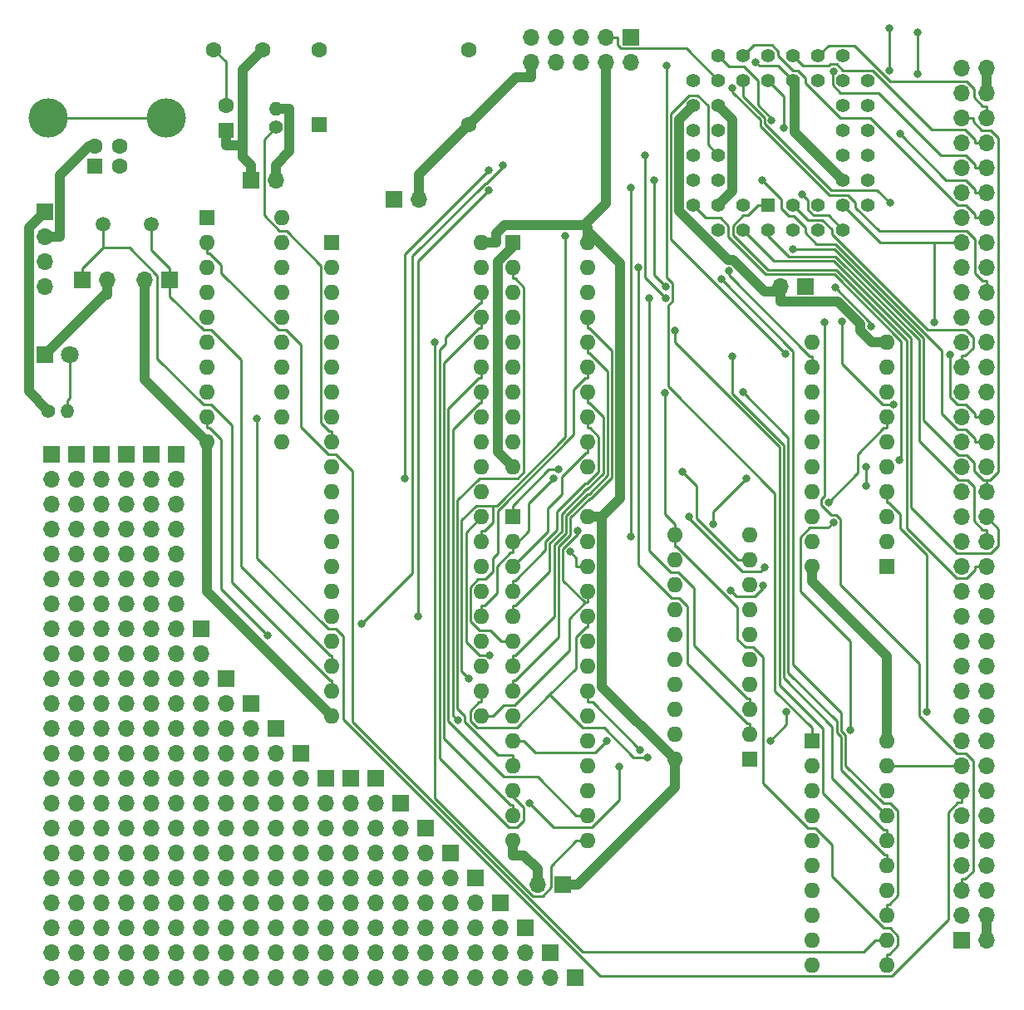
<source format=gbr>
%TF.GenerationSoftware,KiCad,Pcbnew,(6.0.1)*%
%TF.CreationDate,2023-05-10T08:42:28+02:00*%
%TF.ProjectId,VT100_MCU,56543130-305f-44d4-9355-2e6b69636164,rev?*%
%TF.SameCoordinates,Original*%
%TF.FileFunction,Copper,L2,Bot*%
%TF.FilePolarity,Positive*%
%FSLAX46Y46*%
G04 Gerber Fmt 4.6, Leading zero omitted, Abs format (unit mm)*
G04 Created by KiCad (PCBNEW (6.0.1)) date 2023-05-10 08:42:28*
%MOMM*%
%LPD*%
G01*
G04 APERTURE LIST*
%TA.AperFunction,ComponentPad*%
%ADD10R,1.700000X1.700000*%
%TD*%
%TA.AperFunction,ComponentPad*%
%ADD11O,1.700000X1.700000*%
%TD*%
%TA.AperFunction,ComponentPad*%
%ADD12R,1.600000X1.600000*%
%TD*%
%TA.AperFunction,ComponentPad*%
%ADD13O,1.600000X1.600000*%
%TD*%
%TA.AperFunction,ComponentPad*%
%ADD14R,1.800000X1.800000*%
%TD*%
%TA.AperFunction,ComponentPad*%
%ADD15C,1.800000*%
%TD*%
%TA.AperFunction,ComponentPad*%
%ADD16C,1.600000*%
%TD*%
%TA.AperFunction,ComponentPad*%
%ADD17C,1.400000*%
%TD*%
%TA.AperFunction,ComponentPad*%
%ADD18O,1.400000X1.400000*%
%TD*%
%TA.AperFunction,ComponentPad*%
%ADD19C,1.500000*%
%TD*%
%TA.AperFunction,ComponentPad*%
%ADD20R,1.422400X1.422400*%
%TD*%
%TA.AperFunction,ComponentPad*%
%ADD21C,1.422400*%
%TD*%
%TA.AperFunction,ComponentPad*%
%ADD22C,4.000000*%
%TD*%
%TA.AperFunction,ViaPad*%
%ADD23C,0.800000*%
%TD*%
%TA.AperFunction,Conductor*%
%ADD24C,0.250000*%
%TD*%
%TA.AperFunction,Conductor*%
%ADD25C,1.000000*%
%TD*%
G04 APERTURE END LIST*
D10*
%TO.P,REF\u002A\u002A,1*%
%TO.N,N/C*%
X45085000Y-89535000D03*
D11*
%TO.P,REF\u002A\u002A,2*%
X45085000Y-92075000D03*
%TO.P,REF\u002A\u002A,3*%
X45085000Y-94615000D03*
%TO.P,REF\u002A\u002A,4*%
X45085000Y-97155000D03*
%TO.P,REF\u002A\u002A,5*%
X45085000Y-99695000D03*
%TO.P,REF\u002A\u002A,6*%
X45085000Y-102235000D03*
%TO.P,REF\u002A\u002A,7*%
X45085000Y-104775000D03*
%TO.P,REF\u002A\u002A,8*%
X45085000Y-107315000D03*
%TO.P,REF\u002A\u002A,9*%
X45085000Y-109855000D03*
%TO.P,REF\u002A\u002A,10*%
X45085000Y-112395000D03*
%TD*%
D10*
%TO.P,REF\u002A\u002A,1*%
%TO.N,N/C*%
X73025000Y-112395000D03*
%TD*%
D12*
%TO.P,U2,1,OE*%
%TO.N,GND*%
X66695000Y-37480000D03*
D13*
%TO.P,U2,2,D0*%
%TO.N,/D0*%
X66695000Y-40020000D03*
%TO.P,U2,3,D1*%
%TO.N,/D1*%
X66695000Y-42560000D03*
%TO.P,U2,4,D2*%
%TO.N,/D2*%
X66695000Y-45100000D03*
%TO.P,U2,5,D3*%
%TO.N,/D3*%
X66695000Y-47640000D03*
%TO.P,U2,6,D4*%
%TO.N,/D4*%
X66695000Y-50180000D03*
%TO.P,U2,7,D5*%
%TO.N,/D5*%
X66695000Y-52720000D03*
%TO.P,U2,8,D6*%
%TO.N,/D6*%
X66695000Y-55260000D03*
%TO.P,U2,9,D7*%
%TO.N,/D7*%
X66695000Y-57800000D03*
%TO.P,U2,10,GND*%
%TO.N,GND*%
X66695000Y-60340000D03*
%TO.P,U2,11,Load*%
%TO.N,Net-(U1-Pad30)*%
X74315000Y-60340000D03*
%TO.P,U2,12,Q7*%
%TO.N,/A7*%
X74315000Y-57800000D03*
%TO.P,U2,13,Q6*%
%TO.N,/A6*%
X74315000Y-55260000D03*
%TO.P,U2,14,Q5*%
%TO.N,/A5*%
X74315000Y-52720000D03*
%TO.P,U2,15,Q4*%
%TO.N,/A4*%
X74315000Y-50180000D03*
%TO.P,U2,16,Q3*%
%TO.N,/A3*%
X74315000Y-47640000D03*
%TO.P,U2,17,Q2*%
%TO.N,/A2*%
X74315000Y-45100000D03*
%TO.P,U2,18,Q1*%
%TO.N,/A1*%
X74315000Y-42560000D03*
%TO.P,U2,19,Q0*%
%TO.N,/A0*%
X74315000Y-40020000D03*
%TO.P,U2,20,VCC*%
%TO.N,+5V*%
X74315000Y-37480000D03*
%TD*%
D10*
%TO.P,C1,1*%
%TO.N,Net-(C1-Pad1)*%
X31750000Y-41275000D03*
D11*
%TO.P,C1,2*%
%TO.N,GND*%
X29210000Y-41275000D03*
%TD*%
D14*
%TO.P,D1,1,K*%
%TO.N,GND*%
X19050000Y-48895000D03*
D15*
%TO.P,D1,2,A*%
%TO.N,Net-(D1-Pad2)*%
X21590000Y-48895000D03*
%TD*%
D10*
%TO.P,REF\u002A\u002A,1*%
%TO.N,N/C*%
X19685000Y-59055000D03*
D11*
%TO.P,REF\u002A\u002A,2*%
X19685000Y-61595000D03*
%TO.P,REF\u002A\u002A,3*%
X19685000Y-64135000D03*
%TO.P,REF\u002A\u002A,4*%
X19685000Y-66675000D03*
%TO.P,REF\u002A\u002A,5*%
X19685000Y-69215000D03*
%TO.P,REF\u002A\u002A,6*%
X19685000Y-71755000D03*
%TO.P,REF\u002A\u002A,7*%
X19685000Y-74295000D03*
%TO.P,REF\u002A\u002A,8*%
X19685000Y-76835000D03*
%TO.P,REF\u002A\u002A,9*%
X19685000Y-79375000D03*
%TO.P,REF\u002A\u002A,10*%
X19685000Y-81915000D03*
%TO.P,REF\u002A\u002A,11*%
X19685000Y-84455000D03*
%TO.P,REF\u002A\u002A,12*%
X19685000Y-86995000D03*
%TO.P,REF\u002A\u002A,13*%
X19685000Y-89535000D03*
%TO.P,REF\u002A\u002A,14*%
X19685000Y-92075000D03*
%TO.P,REF\u002A\u002A,15*%
X19685000Y-94615000D03*
%TO.P,REF\u002A\u002A,16*%
X19685000Y-97155000D03*
%TO.P,REF\u002A\u002A,17*%
X19685000Y-99695000D03*
%TO.P,REF\u002A\u002A,18*%
X19685000Y-102235000D03*
%TO.P,REF\u002A\u002A,19*%
X19685000Y-104775000D03*
%TO.P,REF\u002A\u002A,20*%
X19685000Y-107315000D03*
%TO.P,REF\u002A\u002A,21*%
X19685000Y-109855000D03*
%TO.P,REF\u002A\u002A,22*%
X19685000Y-112395000D03*
%TD*%
D12*
%TO.P,X1,1,NC*%
%TO.N,unconnected-(X1-Pad1)*%
X46990000Y-25400000D03*
D16*
%TO.P,X1,7,GND*%
%TO.N,GND*%
X62230000Y-25400000D03*
%TO.P,X1,8,OUT*%
%TO.N,PixClk*%
X62230000Y-17780000D03*
%TO.P,X1,14,Vcc*%
%TO.N,+5V*%
X46990000Y-17780000D03*
%TD*%
D10*
%TO.P,REF\u002A\u002A,1*%
%TO.N,N/C*%
X32385000Y-59055000D03*
D11*
%TO.P,REF\u002A\u002A,2*%
X32385000Y-61595000D03*
%TO.P,REF\u002A\u002A,3*%
X32385000Y-64135000D03*
%TO.P,REF\u002A\u002A,4*%
X32385000Y-66675000D03*
%TO.P,REF\u002A\u002A,5*%
X32385000Y-69215000D03*
%TO.P,REF\u002A\u002A,6*%
X32385000Y-71755000D03*
%TO.P,REF\u002A\u002A,7*%
X32385000Y-74295000D03*
%TO.P,REF\u002A\u002A,8*%
X32385000Y-76835000D03*
%TO.P,REF\u002A\u002A,9*%
X32385000Y-79375000D03*
%TO.P,REF\u002A\u002A,10*%
X32385000Y-81915000D03*
%TO.P,REF\u002A\u002A,11*%
X32385000Y-84455000D03*
%TO.P,REF\u002A\u002A,12*%
X32385000Y-86995000D03*
%TO.P,REF\u002A\u002A,13*%
X32385000Y-89535000D03*
%TO.P,REF\u002A\u002A,14*%
X32385000Y-92075000D03*
%TO.P,REF\u002A\u002A,15*%
X32385000Y-94615000D03*
%TO.P,REF\u002A\u002A,16*%
X32385000Y-97155000D03*
%TO.P,REF\u002A\u002A,17*%
X32385000Y-99695000D03*
%TO.P,REF\u002A\u002A,18*%
X32385000Y-102235000D03*
%TO.P,REF\u002A\u002A,19*%
X32385000Y-104775000D03*
%TO.P,REF\u002A\u002A,20*%
X32385000Y-107315000D03*
%TO.P,REF\u002A\u002A,21*%
X32385000Y-109855000D03*
%TO.P,REF\u002A\u002A,22*%
X32385000Y-112395000D03*
%TD*%
D10*
%TO.P,C6,1*%
%TO.N,+5V*%
X40000000Y-31115000D03*
D11*
%TO.P,C6,2*%
%TO.N,GND*%
X42540000Y-31115000D03*
%TD*%
D10*
%TO.P,REF\u002A\u002A,1*%
%TO.N,N/C*%
X47625000Y-92075000D03*
D11*
%TO.P,REF\u002A\u002A,2*%
X47625000Y-94615000D03*
%TO.P,REF\u002A\u002A,3*%
X47625000Y-97155000D03*
%TO.P,REF\u002A\u002A,4*%
X47625000Y-99695000D03*
%TO.P,REF\u002A\u002A,5*%
X47625000Y-102235000D03*
%TO.P,REF\u002A\u002A,6*%
X47625000Y-104775000D03*
%TO.P,REF\u002A\u002A,7*%
X47625000Y-107315000D03*
%TO.P,REF\u002A\u002A,8*%
X47625000Y-109855000D03*
%TO.P,REF\u002A\u002A,9*%
X47625000Y-112395000D03*
%TD*%
D10*
%TO.P,REF\u002A\u002A,1*%
%TO.N,N/C*%
X24765000Y-59055000D03*
D11*
%TO.P,REF\u002A\u002A,2*%
X24765000Y-61595000D03*
%TO.P,REF\u002A\u002A,3*%
X24765000Y-64135000D03*
%TO.P,REF\u002A\u002A,4*%
X24765000Y-66675000D03*
%TO.P,REF\u002A\u002A,5*%
X24765000Y-69215000D03*
%TO.P,REF\u002A\u002A,6*%
X24765000Y-71755000D03*
%TO.P,REF\u002A\u002A,7*%
X24765000Y-74295000D03*
%TO.P,REF\u002A\u002A,8*%
X24765000Y-76835000D03*
%TO.P,REF\u002A\u002A,9*%
X24765000Y-79375000D03*
%TO.P,REF\u002A\u002A,10*%
X24765000Y-81915000D03*
%TO.P,REF\u002A\u002A,11*%
X24765000Y-84455000D03*
%TO.P,REF\u002A\u002A,12*%
X24765000Y-86995000D03*
%TO.P,REF\u002A\u002A,13*%
X24765000Y-89535000D03*
%TO.P,REF\u002A\u002A,14*%
X24765000Y-92075000D03*
%TO.P,REF\u002A\u002A,15*%
X24765000Y-94615000D03*
%TO.P,REF\u002A\u002A,16*%
X24765000Y-97155000D03*
%TO.P,REF\u002A\u002A,17*%
X24765000Y-99695000D03*
%TO.P,REF\u002A\u002A,18*%
X24765000Y-102235000D03*
%TO.P,REF\u002A\u002A,19*%
X24765000Y-104775000D03*
%TO.P,REF\u002A\u002A,20*%
X24765000Y-107315000D03*
%TO.P,REF\u002A\u002A,21*%
X24765000Y-109855000D03*
%TO.P,REF\u002A\u002A,22*%
X24765000Y-112395000D03*
%TD*%
D17*
%TO.P,R1,1*%
%TO.N,Net-(C2-Pad2)*%
X42545000Y-25734900D03*
D18*
%TO.P,R1,2*%
%TO.N,GND*%
X42545000Y-23834900D03*
%TD*%
D12*
%TO.P,U8,1,OE*%
%TO.N,Net-(U6-Pad12)*%
X35580000Y-34940000D03*
D13*
%TO.P,U8,2,D0*%
%TO.N,/GD0*%
X35580000Y-37480000D03*
%TO.P,U8,3,D1*%
%TO.N,/GD1*%
X35580000Y-40020000D03*
%TO.P,U8,4,D2*%
%TO.N,/GD2*%
X35580000Y-42560000D03*
%TO.P,U8,5,D3*%
%TO.N,/GD3*%
X35580000Y-45100000D03*
%TO.P,U8,6,D4*%
%TO.N,/GD4*%
X35580000Y-47640000D03*
%TO.P,U8,7,D5*%
%TO.N,/GD5*%
X35580000Y-50180000D03*
%TO.P,U8,8,D6*%
%TO.N,/GD6*%
X35580000Y-52720000D03*
%TO.P,U8,9,D7*%
%TO.N,/GD7*%
X35580000Y-55260000D03*
%TO.P,U8,10,GND*%
%TO.N,GND*%
X35580000Y-57800000D03*
%TO.P,U8,11,Load*%
%TO.N,LOADDAT*%
X43200000Y-57800000D03*
%TO.P,U8,12,Q7*%
%TO.N,/P1.7*%
X43200000Y-55260000D03*
%TO.P,U8,13,Q6*%
%TO.N,/P1.6*%
X43200000Y-52720000D03*
%TO.P,U8,14,Q5*%
%TO.N,/P1.5*%
X43200000Y-50180000D03*
%TO.P,U8,15,Q4*%
%TO.N,/P1.4*%
X43200000Y-47640000D03*
%TO.P,U8,16,Q3*%
%TO.N,/P1.3*%
X43200000Y-45100000D03*
%TO.P,U8,17,Q2*%
%TO.N,/P1.2*%
X43200000Y-42560000D03*
%TO.P,U8,18,Q1*%
%TO.N,/P1.1*%
X43200000Y-40020000D03*
%TO.P,U8,19,Q0*%
%TO.N,/P1.0*%
X43200000Y-37480000D03*
%TO.P,U8,20,VCC*%
%TO.N,+5V*%
X43200000Y-34940000D03*
%TD*%
D12*
%TO.P,C2,1*%
%TO.N,+5V*%
X37465000Y-26035000D03*
D16*
%TO.P,C2,2*%
%TO.N,Net-(C2-Pad2)*%
X37465000Y-23535000D03*
%TD*%
D17*
%TO.P,R2,1*%
%TO.N,+5V*%
X19415000Y-54610000D03*
D18*
%TO.P,R2,2*%
%TO.N,Net-(D1-Pad2)*%
X21315000Y-54610000D03*
%TD*%
D10*
%TO.P,C7,1*%
%TO.N,+5V*%
X71770000Y-102880000D03*
D11*
%TO.P,C7,2*%
%TO.N,GND*%
X69230000Y-102880000D03*
%TD*%
D10*
%TO.P,REF\u002A\u002A,1*%
%TO.N,N/C*%
X22225000Y-59055000D03*
D11*
%TO.P,REF\u002A\u002A,2*%
X22225000Y-61595000D03*
%TO.P,REF\u002A\u002A,3*%
X22225000Y-64135000D03*
%TO.P,REF\u002A\u002A,4*%
X22225000Y-66675000D03*
%TO.P,REF\u002A\u002A,5*%
X22225000Y-69215000D03*
%TO.P,REF\u002A\u002A,6*%
X22225000Y-71755000D03*
%TO.P,REF\u002A\u002A,7*%
X22225000Y-74295000D03*
%TO.P,REF\u002A\u002A,8*%
X22225000Y-76835000D03*
%TO.P,REF\u002A\u002A,9*%
X22225000Y-79375000D03*
%TO.P,REF\u002A\u002A,10*%
X22225000Y-81915000D03*
%TO.P,REF\u002A\u002A,11*%
X22225000Y-84455000D03*
%TO.P,REF\u002A\u002A,12*%
X22225000Y-86995000D03*
%TO.P,REF\u002A\u002A,13*%
X22225000Y-89535000D03*
%TO.P,REF\u002A\u002A,14*%
X22225000Y-92075000D03*
%TO.P,REF\u002A\u002A,15*%
X22225000Y-94615000D03*
%TO.P,REF\u002A\u002A,16*%
X22225000Y-97155000D03*
%TO.P,REF\u002A\u002A,17*%
X22225000Y-99695000D03*
%TO.P,REF\u002A\u002A,18*%
X22225000Y-102235000D03*
%TO.P,REF\u002A\u002A,19*%
X22225000Y-104775000D03*
%TO.P,REF\u002A\u002A,20*%
X22225000Y-107315000D03*
%TO.P,REF\u002A\u002A,21*%
X22225000Y-109855000D03*
%TO.P,REF\u002A\u002A,22*%
X22225000Y-112395000D03*
%TD*%
D12*
%TO.P,U1,1,P1.0(T2)*%
%TO.N,/P1.0*%
X48270000Y-37475000D03*
D13*
%TO.P,U1,2,P1.1(T2_EX)*%
%TO.N,/P1.1*%
X48270000Y-40015000D03*
%TO.P,U1,3,P1.2*%
%TO.N,/P1.2*%
X48270000Y-42555000D03*
%TO.P,U1,4,P1.3*%
%TO.N,/P1.3*%
X48270000Y-45095000D03*
%TO.P,U1,5,P1.4*%
%TO.N,/P1.4*%
X48270000Y-47635000D03*
%TO.P,U1,6,P1.5(MOSI)*%
%TO.N,/P1.5*%
X48270000Y-50175000D03*
%TO.P,U1,7,P1.6(MISO)*%
%TO.N,/P1.6*%
X48270000Y-52715000D03*
%TO.P,U1,8,P1.7(SCK)*%
%TO.N,/P1.7*%
X48270000Y-55255000D03*
%TO.P,U1,9,RST*%
%TO.N,Net-(C2-Pad2)*%
X48270000Y-57795000D03*
%TO.P,U1,10,P3.0(RXD)*%
%TO.N,RXD*%
X48270000Y-60335000D03*
%TO.P,U1,11,P3.1(TXD)*%
%TO.N,TXD*%
X48270000Y-62875000D03*
%TO.P,U1,12,P3.2(\u002AINT0)*%
%TO.N,Charset*%
X48270000Y-65415000D03*
%TO.P,U1,13,P3.3(\u002AINT1)*%
%TO.N,Screen*%
X48270000Y-67955000D03*
%TO.P,U1,14,P3.4(T0)*%
%TO.N,T0*%
X48270000Y-70495000D03*
%TO.P,U1,15,P3.5(T1)*%
%TO.N,T1*%
X48270000Y-73035000D03*
%TO.P,U1,16,P3.6(\u002AWR)*%
%TO.N,WR\u005C*%
X48270000Y-75575000D03*
%TO.P,U1,17,P3.7(\u002ARD)*%
%TO.N,RD\u005C*%
X48270000Y-78115000D03*
%TO.P,U1,18,XTAL2*%
%TO.N,Net-(C1-Pad1)*%
X48270000Y-80655000D03*
%TO.P,U1,19,XTAL1*%
%TO.N,Net-(C3-Pad1)*%
X48270000Y-83195000D03*
%TO.P,U1,20,GND*%
%TO.N,GND*%
X48270000Y-85735000D03*
%TO.P,U1,21,P2.0(A8)*%
%TO.N,/A8*%
X63510000Y-85735000D03*
%TO.P,U1,22,P2.1(A9)*%
%TO.N,/A9*%
X63510000Y-83195000D03*
%TO.P,U1,23,P2.2(A10)*%
%TO.N,/A10*%
X63510000Y-80655000D03*
%TO.P,U1,24,P2.3(A11)*%
%TO.N,/A11*%
X63510000Y-78115000D03*
%TO.P,U1,25,P2.4(A12)*%
%TO.N,/A12*%
X63510000Y-75575000D03*
%TO.P,U1,26,P2.5(A13)*%
%TO.N,/A13*%
X63510000Y-73035000D03*
%TO.P,U1,27,P2.6(A14)*%
%TO.N,/A14*%
X63510000Y-70495000D03*
%TO.P,U1,28,P2.7(A15)*%
%TO.N,/A15*%
X63510000Y-67955000D03*
%TO.P,U1,29,\u002APSEN*%
%TO.N,Net-(U1-Pad29)*%
X63510000Y-65415000D03*
%TO.P,U1,30,ALE/\u002APROG*%
%TO.N,Net-(U1-Pad30)*%
X63510000Y-62875000D03*
%TO.P,U1,31,\u002AEA/VPP*%
%TO.N,+5V*%
X63510000Y-60335000D03*
%TO.P,U1,32,P0.7(AD7)*%
%TO.N,/D7*%
X63510000Y-57795000D03*
%TO.P,U1,33,P0.6(AD6)*%
%TO.N,/D6*%
X63510000Y-55255000D03*
%TO.P,U1,34,P0.5(AD5)*%
%TO.N,/D5*%
X63510000Y-52715000D03*
%TO.P,U1,35,P0.4(AD4)*%
%TO.N,/D4*%
X63510000Y-50175000D03*
%TO.P,U1,36,P0.3(AD3)*%
%TO.N,/D3*%
X63510000Y-47635000D03*
%TO.P,U1,37,P0.2(AD2)*%
%TO.N,/D2*%
X63510000Y-45095000D03*
%TO.P,U1,38,P0.1(AD1)*%
%TO.N,/D1*%
X63510000Y-42555000D03*
%TO.P,U1,39,P0.0(AD0)*%
%TO.N,/D0*%
X63510000Y-40015000D03*
%TO.P,U1,40,VCC*%
%TO.N,+5V*%
X63510000Y-37475000D03*
%TD*%
D10*
%TO.P,REF\u002A\u002A,1*%
%TO.N,N/C*%
X67945000Y-107315000D03*
D11*
%TO.P,REF\u002A\u002A,2*%
X67945000Y-109855000D03*
%TO.P,REF\u002A\u002A,3*%
X67945000Y-112395000D03*
%TD*%
D10*
%TO.P,REF\u002A\u002A,1*%
%TO.N,N/C*%
X29845000Y-59055000D03*
D11*
%TO.P,REF\u002A\u002A,2*%
X29845000Y-61595000D03*
%TO.P,REF\u002A\u002A,3*%
X29845000Y-64135000D03*
%TO.P,REF\u002A\u002A,4*%
X29845000Y-66675000D03*
%TO.P,REF\u002A\u002A,5*%
X29845000Y-69215000D03*
%TO.P,REF\u002A\u002A,6*%
X29845000Y-71755000D03*
%TO.P,REF\u002A\u002A,7*%
X29845000Y-74295000D03*
%TO.P,REF\u002A\u002A,8*%
X29845000Y-76835000D03*
%TO.P,REF\u002A\u002A,9*%
X29845000Y-79375000D03*
%TO.P,REF\u002A\u002A,10*%
X29845000Y-81915000D03*
%TO.P,REF\u002A\u002A,11*%
X29845000Y-84455000D03*
%TO.P,REF\u002A\u002A,12*%
X29845000Y-86995000D03*
%TO.P,REF\u002A\u002A,13*%
X29845000Y-89535000D03*
%TO.P,REF\u002A\u002A,14*%
X29845000Y-92075000D03*
%TO.P,REF\u002A\u002A,15*%
X29845000Y-94615000D03*
%TO.P,REF\u002A\u002A,16*%
X29845000Y-97155000D03*
%TO.P,REF\u002A\u002A,17*%
X29845000Y-99695000D03*
%TO.P,REF\u002A\u002A,18*%
X29845000Y-102235000D03*
%TO.P,REF\u002A\u002A,19*%
X29845000Y-104775000D03*
%TO.P,REF\u002A\u002A,20*%
X29845000Y-107315000D03*
%TO.P,REF\u002A\u002A,21*%
X29845000Y-109855000D03*
%TO.P,REF\u002A\u002A,22*%
X29845000Y-112395000D03*
%TD*%
D10*
%TO.P,REF\u002A\u002A,1*%
%TO.N,N/C*%
X27305000Y-59055000D03*
D11*
%TO.P,REF\u002A\u002A,2*%
X27305000Y-61595000D03*
%TO.P,REF\u002A\u002A,3*%
X27305000Y-64135000D03*
%TO.P,REF\u002A\u002A,4*%
X27305000Y-66675000D03*
%TO.P,REF\u002A\u002A,5*%
X27305000Y-69215000D03*
%TO.P,REF\u002A\u002A,6*%
X27305000Y-71755000D03*
%TO.P,REF\u002A\u002A,7*%
X27305000Y-74295000D03*
%TO.P,REF\u002A\u002A,8*%
X27305000Y-76835000D03*
%TO.P,REF\u002A\u002A,9*%
X27305000Y-79375000D03*
%TO.P,REF\u002A\u002A,10*%
X27305000Y-81915000D03*
%TO.P,REF\u002A\u002A,11*%
X27305000Y-84455000D03*
%TO.P,REF\u002A\u002A,12*%
X27305000Y-86995000D03*
%TO.P,REF\u002A\u002A,13*%
X27305000Y-89535000D03*
%TO.P,REF\u002A\u002A,14*%
X27305000Y-92075000D03*
%TO.P,REF\u002A\u002A,15*%
X27305000Y-94615000D03*
%TO.P,REF\u002A\u002A,16*%
X27305000Y-97155000D03*
%TO.P,REF\u002A\u002A,17*%
X27305000Y-99695000D03*
%TO.P,REF\u002A\u002A,18*%
X27305000Y-102235000D03*
%TO.P,REF\u002A\u002A,19*%
X27305000Y-104775000D03*
%TO.P,REF\u002A\u002A,20*%
X27305000Y-107315000D03*
%TO.P,REF\u002A\u002A,21*%
X27305000Y-109855000D03*
%TO.P,REF\u002A\u002A,22*%
X27305000Y-112395000D03*
%TD*%
D10*
%TO.P,J2,1,Pin_1*%
%TO.N,TCK*%
X78740000Y-16510000D03*
D11*
%TO.P,J2,2,Pin_2*%
%TO.N,GND*%
X78740000Y-19050000D03*
%TO.P,J2,3,Pin_3*%
%TO.N,TDO*%
X76200000Y-16510000D03*
%TO.P,J2,4,Pin_4*%
%TO.N,+5V*%
X76200000Y-19050000D03*
%TO.P,J2,5,Pin_5*%
%TO.N,TMS*%
X73660000Y-16510000D03*
%TO.P,J2,6,Pin_6*%
%TO.N,unconnected-(J2-Pad6)*%
X73660000Y-19050000D03*
%TO.P,J2,7,Pin_7*%
%TO.N,unconnected-(J2-Pad7)*%
X71120000Y-16510000D03*
%TO.P,J2,8,Pin_8*%
%TO.N,unconnected-(J2-Pad8)*%
X71120000Y-19050000D03*
%TO.P,J2,9,Pin_9*%
%TO.N,TDI*%
X68580000Y-16510000D03*
%TO.P,J2,10,Pin_10*%
%TO.N,GND*%
X68580000Y-19050000D03*
%TD*%
D19*
%TO.P,Crystal1,1,1*%
%TO.N,Net-(C1-Pad1)*%
X29840000Y-35560000D03*
%TO.P,Crystal1,2,2*%
%TO.N,Net-(C3-Pad1)*%
X24940000Y-35560000D03*
%TD*%
D10*
%TO.P,REF\u002A\u002A,1*%
%TO.N,N/C*%
X62865000Y-102235000D03*
D11*
%TO.P,REF\u002A\u002A,2*%
X62865000Y-104775000D03*
%TO.P,REF\u002A\u002A,3*%
X62865000Y-107315000D03*
%TO.P,REF\u002A\u002A,4*%
X62865000Y-109855000D03*
%TO.P,REF\u002A\u002A,5*%
X62865000Y-112395000D03*
%TD*%
D10*
%TO.P,REF\u002A\u002A,1*%
%TO.N,N/C*%
X65405000Y-104775000D03*
D11*
%TO.P,REF\u002A\u002A,2*%
X65405000Y-107315000D03*
%TO.P,REF\u002A\u002A,3*%
X65405000Y-109855000D03*
%TO.P,REF\u002A\u002A,4*%
X65405000Y-112395000D03*
%TD*%
D10*
%TO.P,REF\u002A\u002A,1*%
%TO.N,N/C*%
X50165000Y-92075000D03*
D11*
%TO.P,REF\u002A\u002A,2*%
X50165000Y-94615000D03*
%TO.P,REF\u002A\u002A,3*%
X50165000Y-97155000D03*
%TO.P,REF\u002A\u002A,4*%
X50165000Y-99695000D03*
%TO.P,REF\u002A\u002A,5*%
X50165000Y-102235000D03*
%TO.P,REF\u002A\u002A,6*%
X50165000Y-104775000D03*
%TO.P,REF\u002A\u002A,7*%
X50165000Y-107315000D03*
%TO.P,REF\u002A\u002A,8*%
X50165000Y-109855000D03*
%TO.P,REF\u002A\u002A,9*%
X50165000Y-112395000D03*
%TD*%
D10*
%TO.P,C4,1*%
%TO.N,+5V*%
X96535000Y-41920000D03*
D11*
%TO.P,C4,2*%
%TO.N,GND*%
X93995000Y-41920000D03*
%TD*%
D10*
%TO.P,REF\u002A\u002A,1*%
%TO.N,N/C*%
X70485000Y-109855000D03*
D11*
%TO.P,REF\u002A\u002A,2*%
X70485000Y-112395000D03*
%TD*%
D10*
%TO.P,C5,1*%
%TO.N,+5V*%
X54610000Y-33020000D03*
D11*
%TO.P,C5,2*%
%TO.N,GND*%
X57150000Y-33020000D03*
%TD*%
D12*
%TO.P,U5,1,OE*%
%TO.N,OE_ADR*%
X90795000Y-90165000D03*
D13*
%TO.P,U5,2,D0*%
%TO.N,/A0*%
X90795000Y-87625000D03*
%TO.P,U5,3,D1*%
%TO.N,/A1*%
X90795000Y-85085000D03*
%TO.P,U5,4,D2*%
%TO.N,/A2*%
X90795000Y-82545000D03*
%TO.P,U5,5,D3*%
%TO.N,/A3*%
X90795000Y-80005000D03*
%TO.P,U5,6,D4*%
%TO.N,/A4*%
X90795000Y-77465000D03*
%TO.P,U5,7,D5*%
%TO.N,/A5*%
X90795000Y-74925000D03*
%TO.P,U5,8,D6*%
%TO.N,/A6*%
X90795000Y-72385000D03*
%TO.P,U5,9,D7*%
%TO.N,/A7*%
X90795000Y-69845000D03*
%TO.P,U5,10,GND*%
%TO.N,GND*%
X90795000Y-67305000D03*
%TO.P,U5,11,Load*%
%TO.N,LOADAD*%
X83175000Y-67305000D03*
%TO.P,U5,12,Q7*%
%TO.N,/GA7*%
X83175000Y-69845000D03*
%TO.P,U5,13,Q6*%
%TO.N,/GA6*%
X83175000Y-72385000D03*
%TO.P,U5,14,Q5*%
%TO.N,/GA5*%
X83175000Y-74925000D03*
%TO.P,U5,15,Q4*%
%TO.N,/GA4*%
X83175000Y-77465000D03*
%TO.P,U5,16,Q3*%
%TO.N,/GA3*%
X83175000Y-80005000D03*
%TO.P,U5,17,Q2*%
%TO.N,/GA2*%
X83175000Y-82545000D03*
%TO.P,U5,18,Q1*%
%TO.N,/GA1*%
X83175000Y-85085000D03*
%TO.P,U5,19,Q0*%
%TO.N,/GA0*%
X83175000Y-87625000D03*
%TO.P,U5,20,VCC*%
%TO.N,+5V*%
X83175000Y-90165000D03*
%TD*%
D10*
%TO.P,REF\u002A\u002A,1*%
%TO.N,N/C*%
X60325000Y-99695000D03*
D11*
%TO.P,REF\u002A\u002A,2*%
X60325000Y-102235000D03*
%TO.P,REF\u002A\u002A,3*%
X60325000Y-104775000D03*
%TO.P,REF\u002A\u002A,4*%
X60325000Y-107315000D03*
%TO.P,REF\u002A\u002A,5*%
X60325000Y-109855000D03*
%TO.P,REF\u002A\u002A,6*%
X60325000Y-112395000D03*
%TD*%
D10*
%TO.P,REF\u002A\u002A,1*%
%TO.N,N/C*%
X57785000Y-97155000D03*
D11*
%TO.P,REF\u002A\u002A,2*%
X57785000Y-99695000D03*
%TO.P,REF\u002A\u002A,3*%
X57785000Y-102235000D03*
%TO.P,REF\u002A\u002A,4*%
X57785000Y-104775000D03*
%TO.P,REF\u002A\u002A,5*%
X57785000Y-107315000D03*
%TO.P,REF\u002A\u002A,6*%
X57785000Y-109855000D03*
%TO.P,REF\u002A\u002A,7*%
X57785000Y-112395000D03*
%TD*%
D20*
%TO.P,U3,1,M1*%
%TO.N,HSYNC*%
X92710000Y-33655000D03*
D21*
%TO.P,U3,2,M1*%
%TO.N,/A15*%
X95250000Y-36195000D03*
%TO.P,U3,3,M2*%
%TO.N,WR\u005C*%
X95250000Y-33655000D03*
%TO.P,U3,4,M4*%
%TO.N,unconnected-(U3-Pad4)*%
X97790000Y-36195000D03*
%TO.P,U3,5,I/O/GCK1*%
%TO.N,PixClk*%
X97790000Y-33655000D03*
%TO.P,U3,6,I/O/GCK2*%
%TO.N,LOADDAT*%
X100330000Y-36195000D03*
%TO.P,U3,7,I/O/GCK3*%
%TO.N,LoadCol*%
X102870000Y-33655000D03*
%TO.P,U3,8,M6*%
%TO.N,LOADAD*%
X100330000Y-33655000D03*
%TO.P,U3,9,M8*%
%TO.N,CCLK*%
X102870000Y-31115000D03*
%TO.P,U3,10,GND*%
%TO.N,GND*%
X100330000Y-31115000D03*
%TO.P,U3,11,M9*%
%TO.N,DE*%
X102870000Y-28575000D03*
%TO.P,U3,12,M10*%
%TO.N,HS*%
X100330000Y-28575000D03*
%TO.P,U3,13,M11*%
%TO.N,VS*%
X102870000Y-26035000D03*
%TO.P,U3,14,M12*%
%TO.N,LoadSr*%
X100330000Y-26035000D03*
%TO.P,U3,15,TDI*%
%TO.N,TDI*%
X102870000Y-23495000D03*
%TO.P,U3,16,TMS*%
%TO.N,TMS*%
X100330000Y-23495000D03*
%TO.P,U3,17,TCK*%
%TO.N,TCK*%
X102870000Y-20955000D03*
%TO.P,U3,18,M13*%
%TO.N,CRTCOE*%
X100330000Y-18415000D03*
%TO.P,U3,19,M14*%
%TO.N,GWE\u005C*%
X100330000Y-20955000D03*
%TO.P,U3,20,M15*%
%TO.N,LOADCHR*%
X97790000Y-18415000D03*
%TO.P,U3,21,VCC*%
%TO.N,+5V*%
X97790000Y-20955000D03*
%TO.P,U3,22,M16*%
%TO.N,CHAROE*%
X95250000Y-18415000D03*
%TO.P,U3,23,GND*%
%TO.N,GND*%
X95250000Y-20955000D03*
%TO.P,U3,24,M17*%
%TO.N,COLOR*%
X92710000Y-18415000D03*
%TO.P,U3,25,M17*%
%TO.N,/Dummy11*%
X92710000Y-20955000D03*
%TO.P,U3,26,M16*%
%TO.N,/Dummy10*%
X90170000Y-18415000D03*
%TO.P,U3,27,M15*%
%TO.N,/Dummy9*%
X90170000Y-20955000D03*
%TO.P,U3,28,M14*%
%TO.N,/Dummy8*%
X87630000Y-18415000D03*
%TO.P,U3,29,M13*%
%TO.N,/Dummy7*%
X85090000Y-20955000D03*
%TO.P,U3,30,TDO*%
%TO.N,TDO*%
X87630000Y-20955000D03*
%TO.P,U3,31,GND*%
%TO.N,GND*%
X85090000Y-23495000D03*
%TO.P,U3,32,VCCIO*%
%TO.N,+5V*%
X87630000Y-23495000D03*
%TO.P,U3,33,M12*%
%TO.N,/Dummy6*%
X85090000Y-26035000D03*
%TO.P,U3,34,M11*%
%TO.N,/Dummy5*%
X87630000Y-26035000D03*
%TO.P,U3,35,M10*%
%TO.N,/Dummy4*%
X85090000Y-28575000D03*
%TO.P,U3,36,M9*%
%TO.N,/Dummy3*%
X87630000Y-28575000D03*
%TO.P,U3,37,M8*%
%TO.N,/Dummy2*%
X85090000Y-31115000D03*
%TO.P,U3,38,M7*%
%TO.N,/Dummy1*%
X87630000Y-31115000D03*
%TO.P,U3,39,I/O/GSR*%
%TO.N,/Dummy0*%
X85090000Y-33655000D03*
%TO.P,U3,40,I/O/GTS2*%
%TO.N,LoadSr*%
X87630000Y-36195000D03*
%TO.P,U3,41,VCC*%
%TO.N,+5V*%
X87630000Y-33655000D03*
%TO.P,U3,42,I/O/GTS1*%
%TO.N,LoadCharline*%
X90170000Y-36195000D03*
%TO.P,U3,43,M4*%
%TO.N,PixClkO*%
X90170000Y-33655000D03*
%TO.P,U3,44,M2*%
%TO.N,VSYNC*%
X92710000Y-36195000D03*
%TD*%
D10*
%TO.P,REF\u002A\u002A,1*%
%TO.N,N/C*%
X42545000Y-86995000D03*
D11*
%TO.P,REF\u002A\u002A,2*%
X42545000Y-89535000D03*
%TO.P,REF\u002A\u002A,3*%
X42545000Y-92075000D03*
%TO.P,REF\u002A\u002A,4*%
X42545000Y-94615000D03*
%TO.P,REF\u002A\u002A,5*%
X42545000Y-97155000D03*
%TO.P,REF\u002A\u002A,6*%
X42545000Y-99695000D03*
%TO.P,REF\u002A\u002A,7*%
X42545000Y-102235000D03*
%TO.P,REF\u002A\u002A,8*%
X42545000Y-104775000D03*
%TO.P,REF\u002A\u002A,9*%
X42545000Y-107315000D03*
%TO.P,REF\u002A\u002A,10*%
X42545000Y-109855000D03*
%TO.P,REF\u002A\u002A,11*%
X42545000Y-112395000D03*
%TD*%
D12*
%TO.P,U7,1,OE*%
%TO.N,GWE\u005C*%
X97155000Y-88265000D03*
D13*
%TO.P,U7,2,D0*%
%TO.N,/D7*%
X97155000Y-90805000D03*
%TO.P,U7,3,D1*%
%TO.N,/D6*%
X97155000Y-93345000D03*
%TO.P,U7,4,D2*%
%TO.N,/D5*%
X97155000Y-95885000D03*
%TO.P,U7,5,D3*%
%TO.N,/D4*%
X97155000Y-98425000D03*
%TO.P,U7,6,D4*%
%TO.N,/D3*%
X97155000Y-100965000D03*
%TO.P,U7,7,D5*%
%TO.N,/D2*%
X97155000Y-103505000D03*
%TO.P,U7,8,D6*%
%TO.N,/D1*%
X97155000Y-106045000D03*
%TO.P,U7,9,D7*%
%TO.N,/D0*%
X97155000Y-108585000D03*
%TO.P,U7,10,GND*%
%TO.N,GND*%
X97155000Y-111125000D03*
%TO.P,U7,11,Load*%
%TO.N,LOADAD*%
X104775000Y-111125000D03*
%TO.P,U7,12,Q7*%
%TO.N,/GD0*%
X104775000Y-108585000D03*
%TO.P,U7,13,Q6*%
%TO.N,/GD1*%
X104775000Y-106045000D03*
%TO.P,U7,14,Q5*%
%TO.N,/GD2*%
X104775000Y-103505000D03*
%TO.P,U7,15,Q4*%
%TO.N,/GD3*%
X104775000Y-100965000D03*
%TO.P,U7,16,Q3*%
%TO.N,/GD4*%
X104775000Y-98425000D03*
%TO.P,U7,17,Q2*%
%TO.N,/GD5*%
X104775000Y-95885000D03*
%TO.P,U7,18,Q1*%
%TO.N,/GD6*%
X104775000Y-93345000D03*
%TO.P,U7,19,Q0*%
%TO.N,/GD7*%
X104775000Y-90805000D03*
%TO.P,U7,20,VCC*%
%TO.N,+5V*%
X104775000Y-88265000D03*
%TD*%
D10*
%TO.P,REF\u002A\u002A,1*%
%TO.N,N/C*%
X40005000Y-84455000D03*
D11*
%TO.P,REF\u002A\u002A,2*%
X40005000Y-86995000D03*
%TO.P,REF\u002A\u002A,3*%
X40005000Y-89535000D03*
%TO.P,REF\u002A\u002A,4*%
X40005000Y-92075000D03*
%TO.P,REF\u002A\u002A,5*%
X40005000Y-94615000D03*
%TO.P,REF\u002A\u002A,6*%
X40005000Y-97155000D03*
%TO.P,REF\u002A\u002A,7*%
X40005000Y-99695000D03*
%TO.P,REF\u002A\u002A,8*%
X40005000Y-102235000D03*
%TO.P,REF\u002A\u002A,9*%
X40005000Y-104775000D03*
%TO.P,REF\u002A\u002A,10*%
X40005000Y-107315000D03*
%TO.P,REF\u002A\u002A,11*%
X40005000Y-109855000D03*
%TO.P,REF\u002A\u002A,12*%
X40005000Y-112395000D03*
%TD*%
D12*
%TO.P,U4,1,A14*%
%TO.N,/A14*%
X66685000Y-65415000D03*
D13*
%TO.P,U4,2,A12*%
%TO.N,/A12*%
X66685000Y-67955000D03*
%TO.P,U4,3,A7*%
%TO.N,/A7*%
X66685000Y-70495000D03*
%TO.P,U4,4,A6*%
%TO.N,/A6*%
X66685000Y-73035000D03*
%TO.P,U4,5,A5*%
%TO.N,/A5*%
X66685000Y-75575000D03*
%TO.P,U4,6,A4*%
%TO.N,/A4*%
X66685000Y-78115000D03*
%TO.P,U4,7,A3*%
%TO.N,/A3*%
X66685000Y-80655000D03*
%TO.P,U4,8,A2*%
%TO.N,/A2*%
X66685000Y-83195000D03*
%TO.P,U4,9,A1*%
%TO.N,/A1*%
X66685000Y-85735000D03*
%TO.P,U4,10,A0*%
%TO.N,/A0*%
X66685000Y-88275000D03*
%TO.P,U4,11,D0*%
%TO.N,/D0*%
X66685000Y-90815000D03*
%TO.P,U4,12,D1*%
%TO.N,/D1*%
X66685000Y-93355000D03*
%TO.P,U4,13,D2*%
%TO.N,/D2*%
X66685000Y-95895000D03*
%TO.P,U4,14,GND*%
%TO.N,GND*%
X66685000Y-98435000D03*
%TO.P,U4,15,D3*%
%TO.N,/D3*%
X74305000Y-98435000D03*
%TO.P,U4,16,D4*%
%TO.N,/D4*%
X74305000Y-95895000D03*
%TO.P,U4,17,D5*%
%TO.N,/D5*%
X74305000Y-93355000D03*
%TO.P,U4,18,D6*%
%TO.N,/D6*%
X74305000Y-90815000D03*
%TO.P,U4,19,D7*%
%TO.N,/D7*%
X74305000Y-88275000D03*
%TO.P,U4,20,~{CE}*%
%TO.N,/A15*%
X74305000Y-85735000D03*
%TO.P,U4,21,A10*%
%TO.N,/A10*%
X74305000Y-83195000D03*
%TO.P,U4,22,~{OE}*%
%TO.N,Net-(U1-Pad29)*%
X74305000Y-80655000D03*
%TO.P,U4,23,A11*%
%TO.N,/A11*%
X74305000Y-78115000D03*
%TO.P,U4,24,A9*%
%TO.N,/A9*%
X74305000Y-75575000D03*
%TO.P,U4,25,A8*%
%TO.N,/A8*%
X74305000Y-73035000D03*
%TO.P,U4,26,A13*%
%TO.N,/A13*%
X74305000Y-70495000D03*
%TO.P,U4,27,~{WE}*%
%TO.N,WR\u005C*%
X74305000Y-67955000D03*
%TO.P,U4,28,VCC*%
%TO.N,+5V*%
X74305000Y-65415000D03*
%TD*%
D16*
%TO.P,SW1,1,1*%
%TO.N,Net-(C2-Pad2)*%
X36235000Y-17780000D03*
%TO.P,SW1,2,2*%
%TO.N,+5V*%
X41235000Y-17780000D03*
%TD*%
D12*
%TO.P,U6,1,OE*%
%TO.N,OE_ADR*%
X104765000Y-70485000D03*
D13*
%TO.P,U6,2,D0*%
%TO.N,/A8*%
X104765000Y-67945000D03*
%TO.P,U6,3,D1*%
%TO.N,/A9*%
X104765000Y-65405000D03*
%TO.P,U6,4,D2*%
%TO.N,/A10*%
X104765000Y-62865000D03*
%TO.P,U6,5,D3*%
%TO.N,/A11*%
X104765000Y-60325000D03*
%TO.P,U6,6,D4*%
%TO.N,/A12*%
X104765000Y-57785000D03*
%TO.P,U6,7,D5*%
%TO.N,/A13*%
X104765000Y-55245000D03*
%TO.P,U6,8,D6*%
%TO.N,/A14*%
X104765000Y-52705000D03*
%TO.P,U6,9,D7*%
%TO.N,T0*%
X104765000Y-50165000D03*
%TO.P,U6,10,GND*%
%TO.N,GND*%
X104765000Y-47625000D03*
%TO.P,U6,11,Load*%
%TO.N,LOADAD*%
X97145000Y-47625000D03*
%TO.P,U6,12,Q7*%
%TO.N,Net-(U6-Pad12)*%
X97145000Y-50165000D03*
%TO.P,U6,13,Q6*%
%TO.N,/GA14*%
X97145000Y-52705000D03*
%TO.P,U6,14,Q5*%
%TO.N,/GA13*%
X97145000Y-55245000D03*
%TO.P,U6,15,Q4*%
%TO.N,/GA12*%
X97145000Y-57785000D03*
%TO.P,U6,16,Q3*%
%TO.N,/GA11*%
X97145000Y-60325000D03*
%TO.P,U6,17,Q2*%
%TO.N,/GA10*%
X97145000Y-62865000D03*
%TO.P,U6,18,Q1*%
%TO.N,/GA9*%
X97145000Y-65405000D03*
%TO.P,U6,19,Q0*%
%TO.N,/GA8*%
X97145000Y-67945000D03*
%TO.P,U6,20,VCC*%
%TO.N,+5V*%
X97145000Y-70485000D03*
%TD*%
D10*
%TO.P,J3,1,Pin_1*%
%TO.N,+5V*%
X19050000Y-34300000D03*
D11*
%TO.P,J3,2,Pin_2*%
%TO.N,GND*%
X19050000Y-36840000D03*
%TO.P,J3,3,Pin_3*%
%TO.N,RXD*%
X19050000Y-39380000D03*
%TO.P,J3,4,Pin_4*%
%TO.N,TXD*%
X19050000Y-41920000D03*
%TD*%
D10*
%TO.P,REF\u002A\u002A,1*%
%TO.N,N/C*%
X55245000Y-94615000D03*
D11*
%TO.P,REF\u002A\u002A,2*%
X55245000Y-97155000D03*
%TO.P,REF\u002A\u002A,3*%
X55245000Y-99695000D03*
%TO.P,REF\u002A\u002A,4*%
X55245000Y-102235000D03*
%TO.P,REF\u002A\u002A,5*%
X55245000Y-104775000D03*
%TO.P,REF\u002A\u002A,6*%
X55245000Y-107315000D03*
%TO.P,REF\u002A\u002A,7*%
X55245000Y-109855000D03*
%TO.P,REF\u002A\u002A,8*%
X55245000Y-112395000D03*
%TD*%
D10*
%TO.P,C3,1*%
%TO.N,Net-(C3-Pad1)*%
X22855000Y-41275000D03*
D11*
%TO.P,C3,2*%
%TO.N,GND*%
X25395000Y-41275000D03*
%TD*%
D10*
%TO.P,REF\u002A\u002A,1*%
%TO.N,N/C*%
X52705000Y-92075000D03*
D11*
%TO.P,REF\u002A\u002A,2*%
X52705000Y-94615000D03*
%TO.P,REF\u002A\u002A,3*%
X52705000Y-97155000D03*
%TO.P,REF\u002A\u002A,4*%
X52705000Y-99695000D03*
%TO.P,REF\u002A\u002A,5*%
X52705000Y-102235000D03*
%TO.P,REF\u002A\u002A,6*%
X52705000Y-104775000D03*
%TO.P,REF\u002A\u002A,7*%
X52705000Y-107315000D03*
%TO.P,REF\u002A\u002A,8*%
X52705000Y-109855000D03*
%TO.P,REF\u002A\u002A,9*%
X52705000Y-112395000D03*
%TD*%
D10*
%TO.P,J4,1,Pin_1*%
%TO.N,/GD0*%
X112395000Y-108585000D03*
D11*
%TO.P,J4,2,Pin_2*%
%TO.N,+5V*%
X114935000Y-108585000D03*
%TO.P,J4,3,Pin_3*%
%TO.N,/GD1*%
X112395000Y-106045000D03*
%TO.P,J4,4,Pin_4*%
%TO.N,+5V*%
X114935000Y-106045000D03*
%TO.P,J4,5,Pin_5*%
%TO.N,/GD2*%
X112395000Y-103505000D03*
%TO.P,J4,6,Pin_6*%
%TO.N,unconnected-(J4-Pad6)*%
X114935000Y-103505000D03*
%TO.P,J4,7,Pin_7*%
%TO.N,/GD3*%
X112395000Y-100965000D03*
%TO.P,J4,8,Pin_8*%
%TO.N,unconnected-(J4-Pad8)*%
X114935000Y-100965000D03*
%TO.P,J4,9,Pin_9*%
%TO.N,/GD4*%
X112395000Y-98425000D03*
%TO.P,J4,10,Pin_10*%
%TO.N,unconnected-(J4-Pad10)*%
X114935000Y-98425000D03*
%TO.P,J4,11,Pin_11*%
%TO.N,/GD5*%
X112395000Y-95885000D03*
%TO.P,J4,12,Pin_12*%
%TO.N,unconnected-(J4-Pad12)*%
X114935000Y-95885000D03*
%TO.P,J4,13,Pin_13*%
%TO.N,/GD6*%
X112395000Y-93345000D03*
%TO.P,J4,14,Pin_14*%
%TO.N,unconnected-(J4-Pad14)*%
X114935000Y-93345000D03*
%TO.P,J4,15,Pin_15*%
%TO.N,/GD7*%
X112395000Y-90805000D03*
%TO.P,J4,16,Pin_16*%
%TO.N,unconnected-(J4-Pad16)*%
X114935000Y-90805000D03*
%TO.P,J4,17,Pin_17*%
%TO.N,/GA0*%
X112395000Y-88265000D03*
%TO.P,J4,18,Pin_18*%
%TO.N,unconnected-(J4-Pad18)*%
X114935000Y-88265000D03*
%TO.P,J4,19,Pin_19*%
%TO.N,/GA1*%
X112395000Y-85725000D03*
%TO.P,J4,20,Pin_20*%
%TO.N,unconnected-(J4-Pad20)*%
X114935000Y-85725000D03*
%TO.P,J4,21,Pin_21*%
%TO.N,/GA2*%
X112395000Y-83185000D03*
%TO.P,J4,22,Pin_22*%
%TO.N,unconnected-(J4-Pad22)*%
X114935000Y-83185000D03*
%TO.P,J4,23,Pin_23*%
%TO.N,/GA3*%
X112395000Y-80645000D03*
%TO.P,J4,24,Pin_24*%
%TO.N,unconnected-(J4-Pad24)*%
X114935000Y-80645000D03*
%TO.P,J4,25,Pin_25*%
%TO.N,/GA4*%
X112395000Y-78105000D03*
%TO.P,J4,26,Pin_26*%
%TO.N,unconnected-(J4-Pad26)*%
X114935000Y-78105000D03*
%TO.P,J4,27,Pin_27*%
%TO.N,/GA5*%
X112395000Y-75565000D03*
%TO.P,J4,28,Pin_28*%
%TO.N,unconnected-(J4-Pad28)*%
X114935000Y-75565000D03*
%TO.P,J4,29,Pin_29*%
%TO.N,/GA6*%
X112395000Y-73025000D03*
%TO.P,J4,30,Pin_30*%
%TO.N,unconnected-(J4-Pad30)*%
X114935000Y-73025000D03*
%TO.P,J4,31,Pin_31*%
%TO.N,/GA7*%
X112395000Y-70485000D03*
%TO.P,J4,32,Pin_32*%
%TO.N,HSYNC*%
X114935000Y-70485000D03*
%TO.P,J4,33,Pin_33*%
%TO.N,/GA8*%
X112395000Y-67945000D03*
%TO.P,J4,34,Pin_34*%
%TO.N,VSYNC*%
X114935000Y-67945000D03*
%TO.P,J4,35,Pin_35*%
%TO.N,/GA9*%
X112395000Y-65405000D03*
%TO.P,J4,36,Pin_36*%
%TO.N,LoadCharline*%
X114935000Y-65405000D03*
%TO.P,J4,37,Pin_37*%
%TO.N,/GA10*%
X112395000Y-62865000D03*
%TO.P,J4,38,Pin_38*%
%TO.N,LoadSr*%
X114935000Y-62865000D03*
%TO.P,J4,39,Pin_39*%
%TO.N,/GA11*%
X112395000Y-60325000D03*
%TO.P,J4,40,Pin_40*%
%TO.N,/Dummy0*%
X114935000Y-60325000D03*
%TO.P,J4,41,Pin_41*%
%TO.N,/GA12*%
X112395000Y-57785000D03*
%TO.P,J4,42,Pin_42*%
%TO.N,/Dummy1*%
X114935000Y-57785000D03*
%TO.P,J4,43,Pin_43*%
%TO.N,/GA13*%
X112395000Y-55245000D03*
%TO.P,J4,44,Pin_44*%
%TO.N,/Dummy2*%
X114935000Y-55245000D03*
%TO.P,J4,45,Pin_45*%
%TO.N,/GA14*%
X112395000Y-52705000D03*
%TO.P,J4,46,Pin_46*%
%TO.N,/Dummy3*%
X114935000Y-52705000D03*
%TO.P,J4,47,Pin_47*%
%TO.N,WR\u005C*%
X112395000Y-50165000D03*
%TO.P,J4,48,Pin_48*%
%TO.N,/Dummy4*%
X114935000Y-50165000D03*
%TO.P,J4,49,Pin_49*%
%TO.N,PixClkO*%
X112395000Y-47625000D03*
%TO.P,J4,50,Pin_50*%
%TO.N,/Dummy5*%
X114935000Y-47625000D03*
%TO.P,J4,51,Pin_51*%
%TO.N,RD\u005C*%
X112395000Y-45085000D03*
%TO.P,J4,52,Pin_52*%
%TO.N,/Dummy6*%
X114935000Y-45085000D03*
%TO.P,J4,53,Pin_53*%
%TO.N,LOADDAT*%
X112395000Y-42545000D03*
%TO.P,J4,54,Pin_54*%
%TO.N,/Dummy7*%
X114935000Y-42545000D03*
%TO.P,J4,55,Pin_55*%
%TO.N,LoadCol*%
X112395000Y-40005000D03*
%TO.P,J4,56,Pin_56*%
%TO.N,/Dummy8*%
X114935000Y-40005000D03*
%TO.P,J4,57,Pin_57*%
%TO.N,LOADAD*%
X112395000Y-37465000D03*
%TO.P,J4,58,Pin_58*%
%TO.N,/Dummy9*%
X114935000Y-37465000D03*
%TO.P,J4,59,Pin_59*%
%TO.N,CCLK*%
X112395000Y-34925000D03*
%TO.P,J4,60,Pin_60*%
%TO.N,/Dummy10*%
X114935000Y-34925000D03*
%TO.P,J4,61,Pin_61*%
%TO.N,DE*%
X112395000Y-32385000D03*
%TO.P,J4,62,Pin_62*%
%TO.N,/Dummy11*%
X114935000Y-32385000D03*
%TO.P,J4,63,Pin_63*%
%TO.N,HS*%
X112395000Y-29845000D03*
%TO.P,J4,64,Pin_64*%
%TO.N,COLOR*%
X114935000Y-29845000D03*
%TO.P,J4,65,Pin_65*%
%TO.N,VS*%
X112395000Y-27305000D03*
%TO.P,J4,66,Pin_66*%
%TO.N,CHAROE*%
X114935000Y-27305000D03*
%TO.P,J4,67,Pin_67*%
%TO.N,LoadSr*%
X112395000Y-24765000D03*
%TO.P,J4,68,Pin_68*%
%TO.N,LOADCHR*%
X114935000Y-24765000D03*
%TO.P,J4,69,Pin_69*%
%TO.N,CRTCOE*%
X112395000Y-22225000D03*
%TO.P,J4,70,Pin_70*%
%TO.N,GND*%
X114935000Y-22225000D03*
%TO.P,J4,71,Pin_71*%
%TO.N,GWE\u005C*%
X112395000Y-19685000D03*
%TO.P,J4,72,Pin_72*%
%TO.N,GND*%
X114935000Y-19685000D03*
%TD*%
D10*
%TO.P,REF\u002A\u002A,1*%
%TO.N,N/C*%
X34925000Y-76835000D03*
D11*
%TO.P,REF\u002A\u002A,2*%
X34925000Y-79375000D03*
%TO.P,REF\u002A\u002A,3*%
X34925000Y-81915000D03*
%TO.P,REF\u002A\u002A,4*%
X34925000Y-84455000D03*
%TO.P,REF\u002A\u002A,5*%
X34925000Y-86995000D03*
%TO.P,REF\u002A\u002A,6*%
X34925000Y-89535000D03*
%TO.P,REF\u002A\u002A,7*%
X34925000Y-92075000D03*
%TO.P,REF\u002A\u002A,8*%
X34925000Y-94615000D03*
%TO.P,REF\u002A\u002A,9*%
X34925000Y-97155000D03*
%TO.P,REF\u002A\u002A,10*%
X34925000Y-99695000D03*
%TO.P,REF\u002A\u002A,11*%
X34925000Y-102235000D03*
%TO.P,REF\u002A\u002A,12*%
X34925000Y-104775000D03*
%TO.P,REF\u002A\u002A,13*%
X34925000Y-107315000D03*
%TO.P,REF\u002A\u002A,14*%
X34925000Y-109855000D03*
%TO.P,REF\u002A\u002A,15*%
X34925000Y-112395000D03*
%TD*%
D10*
%TO.P,REF\u002A\u002A,1*%
%TO.N,N/C*%
X37465000Y-81915000D03*
D11*
%TO.P,REF\u002A\u002A,2*%
X37465000Y-84455000D03*
%TO.P,REF\u002A\u002A,3*%
X37465000Y-86995000D03*
%TO.P,REF\u002A\u002A,4*%
X37465000Y-89535000D03*
%TO.P,REF\u002A\u002A,5*%
X37465000Y-92075000D03*
%TO.P,REF\u002A\u002A,6*%
X37465000Y-94615000D03*
%TO.P,REF\u002A\u002A,7*%
X37465000Y-97155000D03*
%TO.P,REF\u002A\u002A,8*%
X37465000Y-99695000D03*
%TO.P,REF\u002A\u002A,9*%
X37465000Y-102235000D03*
%TO.P,REF\u002A\u002A,10*%
X37465000Y-104775000D03*
%TO.P,REF\u002A\u002A,11*%
X37465000Y-107315000D03*
%TO.P,REF\u002A\u002A,12*%
X37465000Y-109855000D03*
%TO.P,REF\u002A\u002A,13*%
X37465000Y-112395000D03*
%TD*%
D12*
%TO.P,J1,1,VBUS*%
%TO.N,+5V*%
X24150000Y-29647500D03*
D16*
%TO.P,J1,2,D-*%
%TO.N,unconnected-(J1-Pad2)*%
X26650000Y-29647500D03*
%TO.P,J1,3,D+*%
%TO.N,unconnected-(J1-Pad3)*%
X26650000Y-27647500D03*
%TO.P,J1,4,GND*%
%TO.N,GND*%
X24150000Y-27647500D03*
D22*
%TO.P,J1,5,Shield*%
%TO.N,unconnected-(J1-Pad5)*%
X19400000Y-24787500D03*
X31400000Y-24787500D03*
%TD*%
D23*
%TO.N,GND*%
X91440000Y-19050000D03*
%TO.N,WR\u005C*%
X78722700Y-31871300D03*
X64280100Y-32159900D03*
X57080900Y-75575000D03*
X78722700Y-67477800D03*
%TO.N,RD\u005C*%
X65675500Y-29611600D03*
X51297200Y-76315400D03*
%TO.N,/A8*%
X84673100Y-65431200D03*
X92347600Y-70531600D03*
X73287200Y-66829800D03*
%TO.N,/A9*%
X101095000Y-87139800D03*
X99366700Y-65976500D03*
X80406700Y-89935100D03*
%TO.N,/A10*%
X79668900Y-89187400D03*
X94583200Y-85335800D03*
X92921300Y-88242500D03*
X108868000Y-85335800D03*
%TO.N,/A11*%
X87079000Y-66165400D03*
X90495800Y-61490200D03*
%TO.N,/A12*%
X70857500Y-61534200D03*
%TO.N,/A13*%
X98866600Y-63926100D03*
X72540100Y-68965500D03*
%TO.N,/A14*%
X71354900Y-60592600D03*
%TO.N,/A15*%
X62208800Y-81880900D03*
X72069000Y-36773900D03*
%TO.N,Net-(U1-Pad29)*%
X64351000Y-79502700D03*
%TO.N,/D5*%
X61084900Y-86190100D03*
%TO.N,/D3*%
X58782700Y-47635000D03*
%TO.N,/A7*%
X83938900Y-60809100D03*
%TO.N,/A1*%
X80567800Y-43108100D03*
%TO.N,/A0*%
X79451200Y-40020000D03*
X76286300Y-88242300D03*
%TO.N,LOADAD*%
X82187200Y-52801000D03*
X109668000Y-45612900D03*
%TO.N,/GA6*%
X88914900Y-72944400D03*
X92218200Y-72393600D03*
%TO.N,/GA11*%
X102720000Y-60325000D03*
X102720000Y-62230800D03*
%TO.N,GWE\u005C*%
X82346100Y-19468600D03*
%TO.N,/GD7*%
X41703000Y-77507200D03*
X68396600Y-94610900D03*
X77529600Y-90848500D03*
%TO.N,/GD6*%
X40632200Y-55378400D03*
%TO.N,/GD5*%
X90115100Y-52713700D03*
%TO.N,/GD4*%
X89092400Y-49048500D03*
%TO.N,/GD3*%
X83246200Y-46467600D03*
%TO.N,/GD2*%
X98490300Y-45585400D03*
%TO.N,/GD1*%
X87942100Y-41210600D03*
%TO.N,LOADDAT*%
X96149500Y-32530700D03*
X55694400Y-61531000D03*
X64275200Y-30061700D03*
%TO.N,LoadSr*%
X95205600Y-38170700D03*
%TO.N,TMS*%
X105097000Y-15598300D03*
X105097000Y-19938300D03*
%TO.N,TCK*%
X107910000Y-20293200D03*
X107910000Y-16045800D03*
%TO.N,COLOR*%
X99389300Y-19982900D03*
%TO.N,Net-(U6-Pad12)*%
X88676600Y-40365800D03*
%TO.N,/Dummy0*%
X106084000Y-59651300D03*
%TO.N,/Dummy1*%
X92075200Y-31115000D03*
%TO.N,/Dummy2*%
X82266100Y-41935700D03*
X103207000Y-46006200D03*
X111208000Y-48891300D03*
X99527800Y-42047100D03*
X81136900Y-31115000D03*
%TO.N,/Dummy3*%
X94450400Y-48808300D03*
%TO.N,/Dummy4*%
X80208900Y-28575000D03*
X82253400Y-43095400D03*
X100239000Y-45481100D03*
X105482000Y-53975000D03*
%TO.N,/Dummy7*%
X89072600Y-21720000D03*
%TO.N,/Dummy8*%
X93072000Y-25029200D03*
%TO.N,/Dummy9*%
X105106000Y-33437200D03*
%TO.N,/Dummy11*%
X106118000Y-26406400D03*
X94333100Y-25768100D03*
%TD*%
D24*
%TO.N,Net-(C1-Pad1)*%
X35946300Y-46370000D02*
X35193400Y-46370000D01*
X35193400Y-46370000D02*
X31750000Y-42926600D01*
X31750000Y-42926600D02*
X31750000Y-41275000D01*
X38997700Y-49421400D02*
X35946300Y-46370000D01*
X48036700Y-79529900D02*
X38997700Y-70490900D01*
X29840000Y-38189900D02*
X31750000Y-40099900D01*
X31750000Y-40099900D02*
X31750000Y-41275000D01*
X29840000Y-35560000D02*
X29840000Y-38189900D01*
X38997700Y-70490900D02*
X38997700Y-49421400D01*
X48270000Y-80655000D02*
X48270000Y-79529900D01*
X48270000Y-79529900D02*
X48036700Y-79529900D01*
D25*
%TO.N,GND*%
X93995000Y-43470100D02*
X99783700Y-43470100D01*
X35580000Y-73045000D02*
X35580000Y-57800000D01*
D24*
X95250000Y-20955000D02*
X93745700Y-19450700D01*
D25*
X25119900Y-42825100D02*
X19050000Y-48895000D01*
X25395000Y-42825100D02*
X25119900Y-42825100D01*
X69230000Y-101330000D02*
X69230000Y-102880000D01*
X66685000Y-99935100D02*
X67835200Y-99935100D01*
X25395000Y-41275000D02*
X25395000Y-42825100D01*
X67029900Y-20600100D02*
X62230000Y-25400000D01*
D24*
X91840700Y-19450700D02*
X91440000Y-19050000D01*
D25*
X42540000Y-31115000D02*
X42540000Y-29564900D01*
X29210000Y-51430000D02*
X29210000Y-41275000D01*
X66695000Y-60340000D02*
X65172700Y-58817700D01*
D24*
X93745700Y-19450700D02*
X91840700Y-19450700D01*
D25*
X66695000Y-37859600D02*
X66695000Y-37480000D01*
X43945100Y-23834900D02*
X42545000Y-23834900D01*
X23556600Y-27647500D02*
X24150000Y-27647500D01*
X93995000Y-42498100D02*
X93995000Y-43470100D01*
X68580000Y-20600100D02*
X67029900Y-20600100D01*
X102107000Y-45793100D02*
X102107000Y-46466800D01*
X68580000Y-19050000D02*
X68580000Y-20600100D01*
X93995000Y-41920000D02*
X93995000Y-42498100D01*
X95433200Y-21138200D02*
X95250000Y-20955000D01*
X62230000Y-25400000D02*
X57150000Y-30480000D01*
X114935000Y-19685000D02*
X114935000Y-22225000D01*
X83662800Y-34280600D02*
X83662800Y-24922200D01*
X35580000Y-57800000D02*
X29210000Y-51430000D01*
X42540000Y-29564900D02*
X43945100Y-28159800D01*
X65172700Y-58817700D02*
X65172700Y-39381900D01*
X48270000Y-85735000D02*
X35580000Y-73045000D01*
X103265000Y-47625000D02*
X104765000Y-47625000D01*
X83662800Y-24922200D02*
X85090000Y-23495000D01*
X19050000Y-36840000D02*
X20600100Y-36840000D01*
X95433200Y-26218200D02*
X95433200Y-21138200D01*
X57150000Y-30480000D02*
X57150000Y-33020000D01*
X20600100Y-36840000D02*
X20600100Y-30604000D01*
X20600100Y-30604000D02*
X23556600Y-27647500D01*
X102107000Y-46466800D02*
X103265000Y-47625000D01*
X92364700Y-42498100D02*
X89132300Y-39265700D01*
X66685000Y-98435000D02*
X66685000Y-99935100D01*
X100330000Y-31115000D02*
X95433200Y-26218200D01*
X88647900Y-39265700D02*
X83662800Y-34280600D01*
X93995000Y-42498100D02*
X92364700Y-42498100D01*
X67835200Y-99935100D02*
X69230000Y-101330000D01*
X99783700Y-43470100D02*
X102107000Y-45793100D01*
X65172700Y-39381900D02*
X66695000Y-37859600D01*
X43945100Y-28159800D02*
X43945100Y-23834900D01*
X89132300Y-39265700D02*
X88647900Y-39265700D01*
%TO.N,+5V*%
X65010100Y-37475000D02*
X63510000Y-37475000D01*
X71770000Y-102880000D02*
X73320100Y-102880000D01*
X39182500Y-27535100D02*
X37465000Y-27535100D01*
X39182500Y-19832500D02*
X41235000Y-17780000D01*
X97145000Y-70485000D02*
X97145000Y-71985100D01*
X76200000Y-19050000D02*
X76200000Y-33482700D01*
X19050000Y-34300000D02*
X17449800Y-35900200D01*
X73320100Y-102880000D02*
X83175000Y-93025100D01*
X83175000Y-93025100D02*
X83175000Y-90165000D01*
X97145000Y-71985100D02*
X104775000Y-79615100D01*
X87630000Y-23495000D02*
X89046100Y-24911100D01*
X74305000Y-65415000D02*
X75805100Y-65415000D01*
X77639900Y-39604800D02*
X77639900Y-63580200D01*
X114935000Y-106045000D02*
X114935000Y-108585000D01*
X104775000Y-79615100D02*
X104775000Y-88265000D01*
X74315000Y-37480000D02*
X74315000Y-36279900D01*
X39182500Y-27535100D02*
X39182500Y-19832500D01*
X74315000Y-36279900D02*
X74315000Y-35979900D01*
X40000000Y-31115000D02*
X40000000Y-29564900D01*
X74008900Y-35673800D02*
X65864000Y-35673800D01*
X40000000Y-29564900D02*
X39182500Y-28747400D01*
X37465000Y-27535100D02*
X37465000Y-26035000D01*
X77639900Y-63580200D02*
X75805100Y-65415000D01*
X65010100Y-36527700D02*
X65010100Y-37475000D01*
X89046100Y-32238900D02*
X87630000Y-33655000D01*
X17449800Y-35900200D02*
X17449800Y-52644800D01*
X75805100Y-82795100D02*
X75805100Y-65415000D01*
X74315000Y-36279900D02*
X77639900Y-39604800D01*
X76200000Y-33482700D02*
X74008900Y-35673800D01*
X65864000Y-35673800D02*
X65010100Y-36527700D01*
X89046100Y-24911100D02*
X89046100Y-32238900D01*
X83175000Y-90165000D02*
X75805100Y-82795100D01*
X17449800Y-52644800D02*
X19415000Y-54610000D01*
X39182500Y-28747400D02*
X39182500Y-27535100D01*
X74315000Y-35979900D02*
X74008900Y-35673800D01*
D24*
%TO.N,Net-(C2-Pad2)*%
X37465000Y-23535000D02*
X37465000Y-19010000D01*
X47144900Y-55826200D02*
X47144900Y-39798600D01*
X41349700Y-26930200D02*
X42545000Y-25734900D01*
X41349700Y-34698100D02*
X41349700Y-26930200D01*
X43649000Y-36302700D02*
X42954300Y-36302700D01*
X42954300Y-36302700D02*
X41349700Y-34698100D01*
X37465000Y-19010000D02*
X36235000Y-17780000D01*
X47144900Y-39798600D02*
X43649000Y-36302700D01*
X48270000Y-56669900D02*
X47988600Y-56669900D01*
X48270000Y-57795000D02*
X48270000Y-56669900D01*
X47988600Y-56669900D02*
X47144900Y-55826200D01*
%TO.N,Net-(C3-Pad1)*%
X30480000Y-49276600D02*
X30480000Y-40850400D01*
X30480000Y-40850400D02*
X27644500Y-38014900D01*
X22855000Y-41275000D02*
X22855000Y-40099900D01*
X35949400Y-53990000D02*
X35193400Y-53990000D01*
X27644500Y-38014900D02*
X24940000Y-38014900D01*
X22855000Y-40099900D02*
X24940000Y-38014900D01*
X38060400Y-72093500D02*
X38060400Y-56101000D01*
X48270000Y-83195000D02*
X48270000Y-82069900D01*
X38060400Y-56101000D02*
X35949400Y-53990000D01*
X48036800Y-82069900D02*
X38060400Y-72093500D01*
X24940000Y-35560000D02*
X24940000Y-38014900D01*
X35193400Y-53990000D02*
X30480000Y-49276600D01*
X48270000Y-82069900D02*
X48036800Y-82069900D01*
%TO.N,unconnected-(J1-Pad5)*%
X31400000Y-24787500D02*
X19400000Y-24787500D01*
%TO.N,WR\u005C*%
X112837000Y-46366300D02*
X108943000Y-46366300D01*
X96753700Y-35158700D02*
X95250000Y-33655000D01*
X99219000Y-36642000D02*
X99219000Y-36144900D01*
X113572000Y-47101100D02*
X112837000Y-46366300D01*
X99219000Y-36144900D02*
X98232800Y-35158700D01*
X112760000Y-48989900D02*
X113572000Y-48178100D01*
X98232800Y-35158700D02*
X96753700Y-35158700D01*
X78722700Y-31871300D02*
X78722700Y-67477800D01*
X108943000Y-46366300D02*
X99219000Y-36642000D01*
X57080900Y-39359100D02*
X57080900Y-75575000D01*
X112395000Y-48989900D02*
X112760000Y-48989900D01*
X64280100Y-32159900D02*
X57080900Y-39359100D01*
X113572000Y-48178100D02*
X113572000Y-47101100D01*
X112395000Y-50165000D02*
X112395000Y-48989900D01*
%TO.N,RD\u005C*%
X65675500Y-29611600D02*
X65675500Y-29790400D01*
X56485300Y-71127300D02*
X51297200Y-76315400D01*
X56485300Y-38842100D02*
X56485300Y-71127300D01*
X63892700Y-31434700D02*
X56485300Y-38842100D01*
X64031200Y-31434700D02*
X63892700Y-31434700D01*
X65675500Y-29790400D02*
X64031200Y-31434700D01*
%TO.N,/A8*%
X84673100Y-65556000D02*
X90087300Y-70970200D01*
X65760200Y-84609900D02*
X64635100Y-85735000D01*
X74071800Y-74160100D02*
X72440200Y-75791700D01*
X72440200Y-79071500D02*
X66901800Y-84609900D01*
X84673100Y-65431200D02*
X84673100Y-65556000D01*
X74305000Y-74160100D02*
X74071800Y-74160100D01*
X71815000Y-68665300D02*
X73287200Y-67193100D01*
X90087300Y-70970200D02*
X91909000Y-70970200D01*
X72440200Y-75791700D02*
X72440200Y-79071500D01*
X71815000Y-71903300D02*
X71815000Y-68665300D01*
X91909000Y-70970200D02*
X92347600Y-70531600D01*
X74305000Y-73035000D02*
X74305000Y-74160100D01*
X73287200Y-67193100D02*
X73287200Y-66829800D01*
X64635100Y-85735000D02*
X63510000Y-85735000D01*
X66901800Y-84609900D02*
X65760200Y-84609900D01*
X74071800Y-74160100D02*
X71815000Y-71903300D01*
%TO.N,/A9*%
X98813000Y-66530200D02*
X96966200Y-66530200D01*
X63510000Y-83195000D02*
X63510000Y-84320100D01*
X63510000Y-84320100D02*
X63228700Y-84320100D01*
X62367800Y-86250800D02*
X63038000Y-86921000D01*
X96002400Y-67494000D02*
X96002400Y-73033000D01*
X74305000Y-76700100D02*
X74305000Y-75575000D01*
X70471900Y-83543400D02*
X73115200Y-80900100D01*
X99366700Y-65976500D02*
X98813000Y-66530200D01*
X75976300Y-86891400D02*
X79020000Y-89935100D01*
X62367800Y-85181000D02*
X62367800Y-86250800D01*
X73819900Y-86891400D02*
X75976300Y-86891400D01*
X63038000Y-86921000D02*
X67094300Y-86921000D01*
X73115200Y-80900100D02*
X73115200Y-77713500D01*
X96002400Y-73033000D02*
X101095000Y-78125300D01*
X70471900Y-83543400D02*
X73819900Y-86891400D01*
X101095000Y-78125300D02*
X101095000Y-87139800D01*
X96966200Y-66530200D02*
X96002400Y-67494000D01*
X73115200Y-77713500D02*
X74128600Y-76700100D01*
X79020000Y-89935100D02*
X80406700Y-89935100D01*
X67094300Y-86921000D02*
X70471900Y-83543400D01*
X74128600Y-76700100D02*
X74305000Y-76700100D01*
X63228700Y-84320100D02*
X62367800Y-85181000D01*
%TO.N,/A10*%
X106180000Y-66575600D02*
X108868000Y-69263700D01*
X74305000Y-84320100D02*
X74801600Y-84320100D01*
X106180000Y-65171800D02*
X106180000Y-66575600D01*
X74801600Y-84320100D02*
X79668900Y-89187400D01*
X108868000Y-69263700D02*
X108868000Y-85335800D01*
X104998000Y-63990100D02*
X106180000Y-65171800D01*
X104765000Y-63990100D02*
X104998000Y-63990100D01*
X94583200Y-86580600D02*
X94583200Y-85335800D01*
X74305000Y-83195000D02*
X74305000Y-84320100D01*
X104765000Y-62865000D02*
X104765000Y-63990100D01*
X92921300Y-88242500D02*
X94583200Y-86580600D01*
%TO.N,/A11*%
X90495800Y-61490200D02*
X87079000Y-64907000D01*
X87079000Y-64907000D02*
X87079000Y-66165400D01*
%TO.N,/A12*%
X63510000Y-75575000D02*
X63510000Y-74449900D01*
X66451800Y-69080100D02*
X66685000Y-69080100D01*
X66685000Y-68517500D02*
X68321000Y-66881500D01*
X66685000Y-69080100D02*
X66685000Y-68517500D01*
X68321000Y-66881500D02*
X68321000Y-64070700D01*
X68321000Y-64070700D02*
X70857500Y-61534200D01*
X65085200Y-70446700D02*
X66451800Y-69080100D01*
X63510000Y-74449900D02*
X63791400Y-74449900D01*
X63791400Y-74449900D02*
X65085200Y-73156100D01*
X65085200Y-73156100D02*
X65085200Y-70446700D01*
X66685000Y-68517500D02*
X66685000Y-67955000D01*
%TO.N,/A13*%
X73179900Y-70495000D02*
X73179900Y-69605300D01*
X104765000Y-55245000D02*
X104765000Y-56370100D01*
X104765000Y-56370100D02*
X104484000Y-56370100D01*
X74305000Y-70495000D02*
X73179900Y-70495000D01*
X73179900Y-69605300D02*
X72540100Y-68965500D01*
X101837000Y-59016400D02*
X101837000Y-60955400D01*
X104484000Y-56370100D02*
X101837000Y-59016400D01*
X101837000Y-60955400D02*
X98866600Y-63926100D01*
%TO.N,/A14*%
X66685000Y-65415000D02*
X66685000Y-64289900D01*
X66685000Y-64289900D02*
X70382300Y-60592600D01*
X70382300Y-60592600D02*
X71354900Y-60592600D01*
%TO.N,/A15*%
X63791400Y-66829900D02*
X64635100Y-65986200D01*
X65057600Y-64287400D02*
X64635100Y-64287400D01*
X64635100Y-64287400D02*
X62967100Y-64287400D01*
X61483300Y-65771200D02*
X61483300Y-81155400D01*
X61483300Y-81155400D02*
X62208800Y-81880900D01*
X62967100Y-64287400D02*
X61483300Y-65771200D01*
X72069000Y-57276000D02*
X65057600Y-64287400D01*
X63510000Y-66829900D02*
X63791400Y-66829900D01*
X72069000Y-36773900D02*
X72069000Y-57276000D01*
X63510000Y-67955000D02*
X63510000Y-66829900D01*
X64635100Y-65986200D02*
X64635100Y-64287400D01*
%TO.N,Net-(U1-Pad29)*%
X61933400Y-78160300D02*
X61933400Y-66991600D01*
X63275800Y-79502700D02*
X61933400Y-78160300D01*
X64351000Y-79502700D02*
X63275800Y-79502700D01*
X61933400Y-66991600D02*
X63510000Y-65415000D01*
%TO.N,/D5*%
X63510000Y-53840100D02*
X63510000Y-52715000D01*
X60583100Y-85688300D02*
X60583100Y-56533800D01*
X60583100Y-56533800D02*
X63276800Y-53840100D01*
X61084900Y-86190100D02*
X60583100Y-85688300D01*
X63276800Y-53840100D02*
X63510000Y-53840100D01*
%TO.N,/D4*%
X65809400Y-91940100D02*
X60133000Y-86263700D01*
X69225000Y-91940100D02*
X65809400Y-91940100D01*
X60133000Y-54395800D02*
X63228700Y-51300100D01*
X73179900Y-95895000D02*
X69225000Y-91940100D01*
X63228700Y-51300100D02*
X63510000Y-51300100D01*
X74305000Y-95895000D02*
X73179900Y-95895000D01*
X63510000Y-51300100D02*
X63510000Y-50175000D01*
X60133000Y-86263700D02*
X60133000Y-54395800D01*
%TO.N,/D3*%
X69716200Y-104068000D02*
X68722000Y-104068000D01*
X58782700Y-94128700D02*
X58782700Y-47635000D01*
X68722000Y-104068000D02*
X58782700Y-94128700D01*
X73179900Y-98435000D02*
X70594800Y-101020000D01*
X74305000Y-98435000D02*
X73179900Y-98435000D01*
X70594800Y-103189000D02*
X69716200Y-104068000D01*
X70594800Y-101020000D02*
X70594800Y-103189000D01*
%TO.N,/D2*%
X59682900Y-49765900D02*
X63228700Y-46220100D01*
X63510000Y-46220100D02*
X63510000Y-45095000D01*
X59682900Y-88001000D02*
X59682900Y-49765900D01*
X66685000Y-94769900D02*
X66451800Y-94769900D01*
X63228700Y-46220100D02*
X63510000Y-46220100D01*
X66451800Y-94769900D02*
X59682900Y-88001000D01*
X66685000Y-95895000D02*
X66685000Y-94769900D01*
%TO.N,/D1*%
X66259100Y-97072300D02*
X59232800Y-90046000D01*
X59825800Y-47834700D02*
X59825800Y-47131100D01*
X67135000Y-97072300D02*
X66259100Y-97072300D01*
X59232800Y-48427700D02*
X59825800Y-47834700D01*
X63276800Y-43680100D02*
X63510000Y-43680100D01*
X59232800Y-90046000D02*
X59232800Y-48427700D01*
X66685000Y-93924700D02*
X67831200Y-95070900D01*
X66685000Y-93355000D02*
X66685000Y-93924700D01*
X67831200Y-95070900D02*
X67831200Y-96376100D01*
X59825800Y-47131100D02*
X63276800Y-43680100D01*
X63510000Y-43680100D02*
X63510000Y-42555000D01*
X67831200Y-96376100D02*
X67135000Y-97072300D01*
%TO.N,/D0*%
X66685000Y-89689900D02*
X66685000Y-90815000D01*
X63285900Y-61500400D02*
X61033200Y-63753100D01*
X61810000Y-85732000D02*
X61810000Y-86329600D01*
X67843100Y-42011900D02*
X67843100Y-60840700D01*
X61810000Y-86329600D02*
X65170300Y-89689900D01*
X67843100Y-60840700D02*
X67183400Y-61500400D01*
X66976300Y-41145100D02*
X67843100Y-42011900D01*
X66695000Y-41145100D02*
X66976300Y-41145100D01*
X66695000Y-40020000D02*
X66695000Y-41145100D01*
X61033200Y-63753100D02*
X61033200Y-84955200D01*
X65170300Y-89689900D02*
X66685000Y-89689900D01*
X67183400Y-61500400D02*
X63285900Y-61500400D01*
X61033200Y-84955200D02*
X61810000Y-85732000D01*
%TO.N,/A7*%
X71689200Y-63132200D02*
X71689200Y-61372900D01*
X70257500Y-66922500D02*
X70257500Y-64563900D01*
X71689200Y-61372900D02*
X74137000Y-58925100D01*
X74315000Y-58925100D02*
X74315000Y-57800000D01*
X66685000Y-70495000D02*
X70257500Y-66922500D01*
X85398200Y-65573300D02*
X85398200Y-62268400D01*
X74137000Y-58925100D02*
X74315000Y-58925100D01*
X90795000Y-69845000D02*
X89669900Y-69845000D01*
X89669900Y-69845000D02*
X85398200Y-65573300D01*
X70257500Y-64563900D02*
X71689200Y-63132200D01*
X85398200Y-62268400D02*
X83938900Y-60809100D01*
%TO.N,/A6*%
X74101500Y-62033500D02*
X71211800Y-64923200D01*
X74315000Y-56385100D02*
X74596300Y-56385100D01*
X75464500Y-60795800D02*
X74226800Y-62033500D01*
X75464500Y-57253300D02*
X75464500Y-60795800D01*
X74226800Y-62033500D02*
X74101500Y-62033500D01*
X74315000Y-55260000D02*
X74315000Y-56385100D01*
X66918100Y-71909900D02*
X66685000Y-71909900D01*
X66685000Y-71909900D02*
X66685000Y-73035000D01*
X71211800Y-66722000D02*
X70014600Y-67919200D01*
X71211800Y-64923200D02*
X71211800Y-66722000D01*
X74596300Y-56385100D02*
X75464500Y-57253300D01*
X70014600Y-68813400D02*
X66918100Y-71909900D01*
X70014600Y-67919200D02*
X70014600Y-68813400D01*
%TO.N,/A5*%
X71661900Y-66908500D02*
X70464700Y-68105700D01*
X74253900Y-62642900D02*
X74134600Y-62642900D01*
X66685000Y-74449900D02*
X66685000Y-75575000D01*
X66966400Y-74449900D02*
X66685000Y-74449900D01*
X74134600Y-62642900D02*
X71661900Y-65115600D01*
X71661900Y-65115600D02*
X71661900Y-66908500D01*
X75914600Y-60982200D02*
X74253900Y-62642900D01*
X74519800Y-53845100D02*
X75914600Y-55239900D01*
X74315000Y-52720000D02*
X74315000Y-53845100D01*
X75914600Y-55239900D02*
X75914600Y-60982200D01*
X74315000Y-53845100D02*
X74519800Y-53845100D01*
X70464700Y-68105700D02*
X70464700Y-70951600D01*
X70464700Y-70951600D02*
X66966400Y-74449900D01*
%TO.N,/A4*%
X64434800Y-76989900D02*
X63326100Y-76989900D01*
X63875500Y-71765000D02*
X64635100Y-71005400D01*
X62383500Y-76047300D02*
X62383500Y-72562900D01*
X72925900Y-57055800D02*
X72925900Y-52461000D01*
X64635100Y-69622600D02*
X65163400Y-69094300D01*
X66685000Y-78115000D02*
X65559900Y-78115000D01*
X74315000Y-51305100D02*
X74315000Y-50180000D01*
X63181400Y-71765000D02*
X63875500Y-71765000D01*
X65559900Y-78115000D02*
X64434800Y-76989900D01*
X64635100Y-71005400D02*
X64635100Y-69622600D01*
X62383500Y-72562900D02*
X63181400Y-71765000D01*
X63326100Y-76989900D02*
X62383500Y-76047300D01*
X65163400Y-64818300D02*
X72925900Y-57055800D01*
X74081800Y-51305100D02*
X74315000Y-51305100D01*
X65163400Y-69094300D02*
X65163400Y-64818300D01*
X72925900Y-52461000D02*
X74081800Y-51305100D01*
%TO.N,/A3*%
X74480200Y-63093000D02*
X74360900Y-63093000D01*
X72112000Y-67095000D02*
X70914800Y-68292200D01*
X72112000Y-65341900D02*
X72112000Y-67095000D01*
X74315000Y-48765100D02*
X74520500Y-48765100D01*
X74520500Y-48765100D02*
X76350800Y-50595400D01*
X66966400Y-79529900D02*
X66685000Y-79529900D01*
X74360900Y-63093000D02*
X72112000Y-65341900D01*
X76364700Y-54256400D02*
X76364700Y-61208500D01*
X66685000Y-79529900D02*
X66685000Y-80655000D01*
X70914800Y-68292200D02*
X70914800Y-75581500D01*
X76350800Y-54242500D02*
X76364700Y-54256400D01*
X70914800Y-75581500D02*
X66966400Y-79529900D01*
X76364700Y-61208500D02*
X74480200Y-63093000D01*
X74315000Y-47640000D02*
X74315000Y-48765100D01*
X76350800Y-50595400D02*
X76350800Y-54242500D01*
%TO.N,/A2*%
X74315000Y-46225100D02*
X74520500Y-46225100D01*
X74520500Y-46225100D02*
X76800900Y-48505500D01*
X66685000Y-82069900D02*
X66685000Y-83195000D01*
X71364900Y-77671300D02*
X66966300Y-82069900D01*
X72562100Y-67281500D02*
X71364900Y-68478700D01*
X76800900Y-48505500D02*
X76800900Y-54056000D01*
X71364900Y-68478700D02*
X71364900Y-77671300D01*
X74547400Y-63543100D02*
X72562100Y-65528400D01*
X72562100Y-65528400D02*
X72562100Y-67281500D01*
X76814800Y-54069900D02*
X76814800Y-61395000D01*
X76800900Y-54056000D02*
X76814800Y-54069900D01*
X76814800Y-61395000D02*
X74666700Y-63543100D01*
X74315000Y-45100000D02*
X74315000Y-46225100D01*
X74666700Y-63543100D02*
X74547400Y-63543100D01*
X66966300Y-82069900D02*
X66685000Y-82069900D01*
%TO.N,/A1*%
X80567800Y-68898200D02*
X80567800Y-43108100D01*
X90795000Y-85085000D02*
X90795000Y-83959900D01*
X82784600Y-71115000D02*
X80567800Y-68898200D01*
X90590500Y-83959900D02*
X85151600Y-78521000D01*
X83572300Y-71115000D02*
X82784600Y-71115000D01*
X85151600Y-78521000D02*
X85151600Y-72694300D01*
X85151600Y-72694300D02*
X83572300Y-71115000D01*
X90795000Y-83959900D02*
X90590500Y-83959900D01*
%TO.N,/A0*%
X90795000Y-86499900D02*
X90561800Y-86499900D01*
X66685000Y-88275000D02*
X67810100Y-88275000D01*
X79451200Y-70326200D02*
X79451200Y-40020000D01*
X75063000Y-89465600D02*
X76286300Y-88242300D01*
X67810100Y-88275000D02*
X69000700Y-89465600D01*
X84476500Y-74576900D02*
X83610200Y-73710600D01*
X84476500Y-80414600D02*
X84476500Y-74576900D01*
X83610200Y-73710600D02*
X82835600Y-73710600D01*
X82835600Y-73710600D02*
X79451200Y-70326200D01*
X90561800Y-86499900D02*
X84476500Y-80414600D01*
X90795000Y-87625000D02*
X90795000Y-86499900D01*
X69000700Y-89465600D02*
X75063000Y-89465600D01*
%TO.N,LOADAD*%
X99214200Y-102082000D02*
X104448000Y-107315000D01*
X105928000Y-108124000D02*
X105928000Y-109128000D01*
X104448000Y-107315000D02*
X105119000Y-107315000D01*
X89605300Y-74660100D02*
X89605300Y-77906200D01*
X109668000Y-45612900D02*
X109668000Y-37465000D01*
X96781300Y-97155000D02*
X97532800Y-97155000D01*
X104140000Y-37465000D02*
X100330000Y-33655000D01*
X92196200Y-92569900D02*
X96781300Y-97155000D01*
X105056000Y-110000000D02*
X104775000Y-110000000D01*
X99214200Y-98836400D02*
X99214200Y-102082000D01*
X83175000Y-68430100D02*
X83375300Y-68430100D01*
X105119000Y-107315000D02*
X105928000Y-108124000D01*
X82187200Y-65192100D02*
X83175000Y-66179900D01*
X89605300Y-77906200D02*
X90434100Y-78735000D01*
X112395000Y-37465000D02*
X109668000Y-37465000D01*
X109668000Y-37465000D02*
X104140000Y-37465000D01*
X83175000Y-67305000D02*
X83175000Y-68430100D01*
X97532800Y-97155000D02*
X99214200Y-98836400D01*
X91185700Y-78735000D02*
X92196200Y-79745500D01*
X82187200Y-52801000D02*
X82187200Y-65192100D01*
X90434100Y-78735000D02*
X91185700Y-78735000D01*
X92196200Y-79745500D02*
X92196200Y-92569900D01*
X104775000Y-110000000D02*
X104775000Y-111125000D01*
X83175000Y-66179900D02*
X83175000Y-67305000D01*
X83375300Y-68430100D02*
X89605300Y-74660100D01*
X105928000Y-109128000D02*
X105056000Y-110000000D01*
%TO.N,/GA6*%
X89480700Y-73510200D02*
X91373500Y-73510200D01*
X88914900Y-72944400D02*
X89480700Y-73510200D01*
X91373500Y-73510200D02*
X92218200Y-72665500D01*
X92218200Y-72665500D02*
X92218200Y-72393600D01*
%TO.N,/GA11*%
X102720000Y-62230800D02*
X102720000Y-60325000D01*
%TO.N,GWE\u005C*%
X82991200Y-43408500D02*
X82991200Y-41635400D01*
X82991200Y-41635400D02*
X82346100Y-40990300D01*
X97155000Y-86882200D02*
X93416500Y-83143700D01*
X82514900Y-43884800D02*
X82991200Y-43408500D01*
X93416500Y-83143700D02*
X93416500Y-63004800D01*
X82514900Y-52103200D02*
X82514900Y-43884800D01*
X82346100Y-40990300D02*
X82346100Y-19468600D01*
X97155000Y-88265000D02*
X97155000Y-86882200D01*
X93416500Y-63004800D02*
X82514900Y-52103200D01*
%TO.N,/GD7*%
X77529600Y-90848500D02*
X77529600Y-94267800D01*
X74706300Y-97091100D02*
X70876800Y-97091100D01*
X36994800Y-57566800D02*
X36994800Y-72799000D01*
X35813100Y-56385100D02*
X36994800Y-57566800D01*
X70876800Y-97091100D02*
X68396600Y-94610900D01*
X112395000Y-90805000D02*
X104775000Y-90805000D01*
X36994800Y-72799000D02*
X41703000Y-77507200D01*
X35580000Y-56385100D02*
X35813100Y-56385100D01*
X35580000Y-55260000D02*
X35580000Y-56385100D01*
X77529600Y-94267800D02*
X74706300Y-97091100D01*
%TO.N,/GD6*%
X105271000Y-112255000D02*
X75586600Y-112255000D01*
X48634000Y-76845000D02*
X47872700Y-76845000D01*
X40632200Y-69604500D02*
X40632200Y-55378400D01*
X112395000Y-94520100D02*
X112030000Y-94520100D01*
X112395000Y-93345000D02*
X112395000Y-94520100D01*
X49395200Y-86063600D02*
X49395200Y-77606200D01*
X49395200Y-77606200D02*
X48634000Y-76845000D01*
X111030000Y-95519600D02*
X111030000Y-106496000D01*
X47872700Y-76845000D02*
X40632200Y-69604500D01*
X75586600Y-112255000D02*
X49395200Y-86063600D01*
X111030000Y-106496000D02*
X105271000Y-112255000D01*
X112030000Y-94520100D02*
X111030000Y-95519600D01*
%TO.N,/GD5*%
X94766800Y-81286100D02*
X99689000Y-86208300D01*
X94766800Y-57365400D02*
X94766800Y-81286100D01*
X99689000Y-87433200D02*
X100139000Y-87883300D01*
X90115100Y-52713700D02*
X94766800Y-57365400D01*
X99689000Y-86208300D02*
X99689000Y-87433200D01*
X100139000Y-87883300D02*
X100139000Y-91249100D01*
X100139000Y-91249100D02*
X104775000Y-95885000D01*
%TO.N,/GD4*%
X94316700Y-58092500D02*
X94316700Y-81864100D01*
X94316700Y-81864100D02*
X99238900Y-86786300D01*
X104775000Y-97299900D02*
X104775000Y-98425000D01*
X99238900Y-86786300D02*
X99238900Y-92045100D01*
X104494000Y-97299900D02*
X104775000Y-97299900D01*
X89092400Y-49048500D02*
X89092400Y-52868200D01*
X99238900Y-92045100D02*
X104494000Y-97299900D01*
X89092400Y-52868200D02*
X94316700Y-58092500D01*
%TO.N,/GD3*%
X98280200Y-86991900D02*
X93866600Y-82578300D01*
X104542000Y-99839900D02*
X98280200Y-93578300D01*
X93866600Y-82578300D02*
X93866600Y-58278900D01*
X104775000Y-99839900D02*
X104542000Y-99839900D01*
X83246200Y-47658500D02*
X83246200Y-46467600D01*
X98280200Y-93578300D02*
X98280200Y-86991900D01*
X93866600Y-58278900D02*
X83246200Y-47658500D01*
X104775000Y-100965000D02*
X104775000Y-99839900D01*
%TO.N,/GD2*%
X98141500Y-63625800D02*
X98490300Y-63277000D01*
X112826000Y-89535000D02*
X111922000Y-89535000D01*
X98490300Y-63277000D02*
X98490300Y-45585400D01*
X112395000Y-102330000D02*
X112762000Y-102330000D01*
X113570000Y-101522000D02*
X113570000Y-90279300D01*
X98141500Y-64226400D02*
X98141500Y-63625800D01*
X111922000Y-89535000D02*
X108143000Y-85755300D01*
X100092000Y-72361200D02*
X100092000Y-65676100D01*
X99667100Y-65251400D02*
X99166500Y-65251400D01*
X108143000Y-85755300D02*
X108143000Y-80412200D01*
X99166500Y-65251400D02*
X98141500Y-64226400D01*
X108143000Y-80412200D02*
X100092000Y-72361200D01*
X112395000Y-103505000D02*
X112395000Y-102330000D01*
X100092000Y-65676100D02*
X99667100Y-65251400D01*
X113570000Y-90279300D02*
X112826000Y-89535000D01*
X112762000Y-102330000D02*
X113570000Y-101522000D01*
%TO.N,/GD1*%
X100139000Y-87246600D02*
X100589000Y-87696700D01*
X105925000Y-95381700D02*
X105925000Y-104051000D01*
X104775000Y-104920000D02*
X104775000Y-106045000D01*
X87942100Y-41210600D02*
X95278500Y-48547000D01*
X104435000Y-94614200D02*
X105158000Y-94614200D01*
X105925000Y-104051000D02*
X105056000Y-104920000D01*
X95278500Y-80496800D02*
X100139000Y-85357400D01*
X105056000Y-104920000D02*
X104775000Y-104920000D01*
X100589000Y-90768700D02*
X104435000Y-94614200D01*
X95278500Y-48547000D02*
X95278500Y-80496800D01*
X105158000Y-94614200D02*
X105925000Y-95381700D01*
X100589000Y-87696700D02*
X100589000Y-90768700D01*
X100139000Y-85357400D02*
X100139000Y-87246600D01*
%TO.N,/GD0*%
X103650000Y-108585000D02*
X104775000Y-108585000D01*
X50365600Y-60773000D02*
X50365600Y-86348300D01*
X35580000Y-37480000D02*
X35580000Y-38605100D01*
X73792900Y-109776000D02*
X102459000Y-109776000D01*
X47928200Y-59065000D02*
X48657600Y-59065000D01*
X48657600Y-59065000D02*
X50365600Y-60773000D01*
X45101600Y-56238400D02*
X47928200Y-59065000D01*
X36994800Y-39786800D02*
X36994800Y-40566800D01*
X36994800Y-40566800D02*
X42798000Y-46370000D01*
X43601600Y-46370000D02*
X45101600Y-47870000D01*
X45101600Y-47870000D02*
X45101600Y-56238400D01*
X35813100Y-38605100D02*
X36994800Y-39786800D01*
X35580000Y-38605100D02*
X35813100Y-38605100D01*
X50365600Y-86348300D02*
X73792900Y-109776000D01*
X102459000Y-109776000D02*
X103650000Y-108585000D01*
X42798000Y-46370000D02*
X43601600Y-46370000D01*
%TO.N,LOADDAT*%
X97315300Y-34708500D02*
X96753600Y-34146800D01*
X98843500Y-34708500D02*
X97315300Y-34708500D01*
X100330000Y-36195000D02*
X98843500Y-34708500D01*
X55694400Y-38642500D02*
X64275200Y-30061700D01*
X55694400Y-61531000D02*
X55694400Y-38642500D01*
X96753600Y-34146800D02*
X96753600Y-33134800D01*
X96753600Y-33134800D02*
X96149500Y-32530700D01*
%TO.N,HSYNC*%
X90637400Y-34691300D02*
X91673700Y-33655000D01*
X114935000Y-70485000D02*
X113760000Y-70485000D01*
X89125300Y-35732700D02*
X90166700Y-34691300D01*
X112934000Y-71675600D02*
X111917000Y-71675600D01*
X89125300Y-36669400D02*
X89125300Y-35732700D01*
X99640100Y-40246200D02*
X92702100Y-40246200D01*
X106810000Y-47415600D02*
X99640100Y-40246200D01*
X91673700Y-33655000D02*
X92710000Y-33655000D01*
X113760000Y-70485000D02*
X113760000Y-70850200D01*
X90166700Y-34691300D02*
X90637400Y-34691300D01*
X92702100Y-40246200D02*
X89125300Y-36669400D01*
X113760000Y-70850200D02*
X112934000Y-71675600D01*
X111917000Y-71675600D02*
X106810000Y-66568100D01*
X106810000Y-66568100D02*
X106810000Y-47415600D01*
%TO.N,LoadSr*%
X114935000Y-62865000D02*
X114935000Y-61689900D01*
X108529000Y-55581500D02*
X108529000Y-47225200D01*
X112921000Y-59149800D02*
X112097000Y-59149800D01*
X116126000Y-26773400D02*
X115387000Y-26035000D01*
X114620000Y-61689900D02*
X113665000Y-60734900D01*
X112097000Y-59149800D02*
X108529000Y-55581500D01*
X113570000Y-24765000D02*
X112395000Y-24765000D01*
X113665000Y-59894100D02*
X112921000Y-59149800D01*
X115302000Y-61689900D02*
X116126000Y-60866300D01*
X114935000Y-61689900D02*
X115302000Y-61689900D01*
X114475000Y-26035000D02*
X113570000Y-25130300D01*
X116126000Y-60866300D02*
X116126000Y-26773400D01*
X108529000Y-47225200D02*
X99474700Y-38170800D01*
X115387000Y-26035000D02*
X114475000Y-26035000D01*
X99474700Y-38170800D02*
X95205600Y-38170800D01*
X114935000Y-61689900D02*
X114620000Y-61689900D01*
X113665000Y-60734900D02*
X113665000Y-59894100D01*
X95205600Y-38170800D02*
X95205600Y-38170700D01*
X113570000Y-25130300D02*
X113570000Y-24765000D01*
%TO.N,TMS*%
X105097000Y-19938300D02*
X105097000Y-15598300D01*
%TO.N,TCK*%
X107910000Y-16045800D02*
X107910000Y-20293200D01*
%TO.N,LOADCHR*%
X112921000Y-21049800D02*
X113665000Y-21794100D01*
X113665000Y-22685200D02*
X114570000Y-23589900D01*
X113665000Y-21794100D02*
X113665000Y-22685200D01*
X114570000Y-23589900D02*
X114935000Y-23589900D01*
X105183000Y-21049800D02*
X112921000Y-21049800D01*
X97790000Y-18415000D02*
X98842000Y-17363000D01*
X101496000Y-17363000D02*
X105183000Y-21049800D01*
X98842000Y-17363000D02*
X101496000Y-17363000D01*
X114935000Y-23589900D02*
X114935000Y-24765000D01*
%TO.N,CHAROE*%
X98893500Y-19453300D02*
X99089000Y-19257800D01*
X109380000Y-25940200D02*
X112760000Y-25940200D01*
X112760000Y-25940200D02*
X113760000Y-26939800D01*
X95250000Y-18415000D02*
X96288300Y-19453300D01*
X100335000Y-19903300D02*
X103343000Y-19903300D01*
X96288300Y-19453300D02*
X98893500Y-19453300D01*
X99089000Y-19257800D02*
X99689700Y-19257800D01*
X103343000Y-19903300D02*
X109380000Y-25940200D01*
X113760000Y-26939800D02*
X113760000Y-27305000D01*
X113760000Y-27305000D02*
X114935000Y-27305000D01*
X99689700Y-19257800D02*
X100335000Y-19903300D01*
%TO.N,COLOR*%
X110328000Y-28575000D02*
X103978000Y-22225000D01*
X103978000Y-22225000D02*
X100098000Y-22225000D01*
X99293600Y-20078600D02*
X99389300Y-19982900D01*
X112855000Y-28575000D02*
X110328000Y-28575000D01*
X100098000Y-22225000D02*
X99293600Y-21420200D01*
X114935000Y-29845000D02*
X113760000Y-29845000D01*
X113760000Y-29845000D02*
X113760000Y-29479800D01*
X99293600Y-21420200D02*
X99293600Y-20078600D01*
X113760000Y-29479800D02*
X112855000Y-28575000D01*
%TO.N,TDO*%
X87630000Y-20955000D02*
X84360200Y-17685200D01*
X77719200Y-17685200D02*
X77375100Y-17341100D01*
X77375100Y-17341100D02*
X77375100Y-16510000D01*
X77375100Y-16510000D02*
X76200000Y-16510000D01*
X84360200Y-17685200D02*
X77719200Y-17685200D01*
%TO.N,LoadCharline*%
X115389000Y-69153700D02*
X111911000Y-69153700D01*
X107260000Y-47229100D02*
X99376600Y-39346000D01*
X116177000Y-68365200D02*
X115389000Y-69153700D01*
X107260000Y-64502400D02*
X107260000Y-47229100D01*
X114935000Y-65405000D02*
X116177000Y-66647300D01*
X93321000Y-39346000D02*
X90170000Y-36195000D01*
X99376600Y-39346000D02*
X93321000Y-39346000D01*
X111911000Y-69153700D02*
X107260000Y-64502400D01*
X116177000Y-66647300D02*
X116177000Y-68365200D01*
%TO.N,VSYNC*%
X114935000Y-66769900D02*
X114570000Y-66769900D01*
X113665000Y-62375600D02*
X112979000Y-61689800D01*
X114935000Y-67945000D02*
X114935000Y-66769900D01*
X99563000Y-38895900D02*
X94837100Y-38895900D01*
X112097000Y-61689800D02*
X108079000Y-57671400D01*
X113665000Y-65865200D02*
X113665000Y-62375600D01*
X112979000Y-61689800D02*
X112097000Y-61689800D01*
X92710000Y-36768800D02*
X92710000Y-36195000D01*
X108079000Y-57671400D02*
X108079000Y-47411900D01*
X94837100Y-38895900D02*
X92710000Y-36768800D01*
X114570000Y-66769900D02*
X113665000Y-65865200D01*
X108079000Y-47411900D02*
X99563000Y-38895900D01*
%TO.N,Net-(U6-Pad12)*%
X97145000Y-50165000D02*
X97145000Y-49039900D01*
X96968600Y-49039900D02*
X88676600Y-40747900D01*
X88676600Y-40747900D02*
X88676600Y-40365800D01*
X97145000Y-49039900D02*
X96968600Y-49039900D01*
%TO.N,/Dummy0*%
X106278000Y-59457200D02*
X106084000Y-59651300D01*
X88670800Y-36882300D02*
X92484900Y-40696400D01*
X88670800Y-35731100D02*
X88670800Y-36882300D01*
X99453600Y-40696400D02*
X106278000Y-47521300D01*
X86364400Y-34929400D02*
X87869100Y-34929400D01*
X106278000Y-47521300D02*
X106278000Y-59457200D01*
X85090000Y-33655000D02*
X86364400Y-34929400D01*
X92484900Y-40696400D02*
X99453600Y-40696400D01*
X87869100Y-34929400D02*
X88670800Y-35731100D01*
%TO.N,/Dummy1*%
X94059400Y-33099200D02*
X94059400Y-33974000D01*
X113760000Y-57419800D02*
X113760000Y-57785000D01*
X99536300Y-37595900D02*
X110376000Y-48435500D01*
X92075200Y-31115000D02*
X94059400Y-33099200D01*
X96520000Y-35974700D02*
X96520000Y-36481400D01*
X110376000Y-48435500D02*
X110376000Y-54888400D01*
X94851100Y-34765700D02*
X95311000Y-34765700D01*
X112855000Y-56515000D02*
X113760000Y-57419800D01*
X96520000Y-36481400D02*
X97634500Y-37595900D01*
X95311000Y-34765700D02*
X96520000Y-35974700D01*
X112002000Y-56515000D02*
X112855000Y-56515000D01*
X97634500Y-37595900D02*
X99536300Y-37595900D01*
X94059400Y-33974000D02*
X94851100Y-34765700D01*
X113760000Y-57785000D02*
X114935000Y-57785000D01*
X110376000Y-54888400D02*
X112002000Y-56515000D01*
%TO.N,/Dummy2*%
X99527800Y-42047100D02*
X103207000Y-45726100D01*
X103207000Y-45726100D02*
X103207000Y-46006200D01*
X82266100Y-41935700D02*
X81136900Y-40806500D01*
X113760000Y-55245000D02*
X113760000Y-54879800D01*
X114935000Y-55245000D02*
X113760000Y-55245000D01*
X81136900Y-40806500D02*
X81136900Y-31115000D01*
X111208000Y-53179800D02*
X111208000Y-48891300D01*
X113760000Y-54879800D02*
X112855000Y-53975000D01*
X112003000Y-53975000D02*
X111208000Y-53179800D01*
X112855000Y-53975000D02*
X112003000Y-53975000D01*
%TO.N,/Dummy3*%
X82796200Y-24299900D02*
X82796200Y-37154100D01*
X82796200Y-37154100D02*
X94450400Y-48808300D01*
X84653400Y-22442700D02*
X82796200Y-24299900D01*
X85541000Y-22442700D02*
X84653400Y-22442700D01*
X87630000Y-28575000D02*
X86559800Y-27504800D01*
X86559800Y-27504800D02*
X86559800Y-23461500D01*
X86559800Y-23461500D02*
X85541000Y-22442700D01*
%TO.N,/Dummy4*%
X82253400Y-43095400D02*
X80208900Y-41050900D01*
X100239000Y-49809500D02*
X104404000Y-53975000D01*
X80208900Y-41050900D02*
X80208900Y-28575000D01*
X104404000Y-53975000D02*
X105482000Y-53975000D01*
X100239000Y-45481100D02*
X100239000Y-49809500D01*
%TO.N,/Dummy7*%
X101600000Y-33876200D02*
X101600000Y-33396100D01*
X113760000Y-37140100D02*
X112910000Y-36289800D01*
X112910000Y-36289800D02*
X104014000Y-36289800D01*
X89072600Y-22115800D02*
X89072600Y-21720000D01*
X114935000Y-41369900D02*
X114568000Y-41369900D01*
X113760000Y-40562100D02*
X113760000Y-37140100D01*
X91896700Y-25576600D02*
X91896700Y-24939900D01*
X114568000Y-41369900D02*
X113760000Y-40562100D01*
X101600000Y-33396100D02*
X100814000Y-32609900D01*
X91896700Y-24939900D02*
X89072600Y-22115800D01*
X100814000Y-32609900D02*
X98930000Y-32609900D01*
X104014000Y-36289800D02*
X101600000Y-33876200D01*
X114935000Y-42545000D02*
X114935000Y-41369900D01*
X98930000Y-32609900D02*
X91896700Y-25576600D01*
%TO.N,/Dummy8*%
X91663500Y-20968600D02*
X91663500Y-23417300D01*
X87630000Y-18415000D02*
X88740600Y-19525600D01*
X88740600Y-19525600D02*
X90220500Y-19525600D01*
X93072000Y-24825800D02*
X93072000Y-25029200D01*
X91663500Y-23417300D02*
X93072000Y-24825800D01*
X90220500Y-19525600D02*
X91663500Y-20968600D01*
%TO.N,/Dummy9*%
X99108000Y-32151400D02*
X92346800Y-25390200D01*
X103820000Y-32151400D02*
X99108000Y-32151400D01*
X92346800Y-25390200D02*
X92346800Y-24753500D01*
X90170000Y-22576700D02*
X90170000Y-20955000D01*
X92346800Y-24753500D02*
X90170000Y-22576700D01*
X105106000Y-33437200D02*
X103820000Y-32151400D01*
%TO.N,/Dummy10*%
X95758900Y-19908400D02*
X96520000Y-20669500D01*
X113760000Y-34559800D02*
X113760000Y-34925000D01*
X112855000Y-33655000D02*
X113760000Y-34559800D01*
X90170000Y-18415000D02*
X91248100Y-17336900D01*
X100091000Y-24765000D02*
X103113000Y-24765000D01*
X96520000Y-20669500D02*
X96520000Y-21193600D01*
X103113000Y-24765000D02*
X112003000Y-33655000D01*
X93111100Y-17336900D02*
X93746400Y-17972200D01*
X112003000Y-33655000D02*
X112855000Y-33655000D01*
X95220300Y-19908400D02*
X95758900Y-19908400D01*
X93746400Y-17972200D02*
X93746400Y-18434500D01*
X93746400Y-18434500D02*
X95220300Y-19908400D01*
X113760000Y-34925000D02*
X114935000Y-34925000D01*
X96520000Y-21193600D02*
X100091000Y-24765000D01*
X91248100Y-17336900D02*
X93111100Y-17336900D01*
%TO.N,/Dummy11*%
X110826000Y-31115000D02*
X112855000Y-31115000D01*
X113760000Y-32019800D02*
X113760000Y-32385000D01*
X113760000Y-32385000D02*
X114935000Y-32385000D01*
X94333100Y-22578100D02*
X94333100Y-25768100D01*
X92710000Y-20955000D02*
X94333100Y-22578100D01*
X106118000Y-26406400D02*
X110826000Y-31115000D01*
X112855000Y-31115000D02*
X113760000Y-32019800D01*
%TO.N,Net-(D1-Pad2)*%
X21315000Y-53584900D02*
X21590000Y-53309900D01*
X21590000Y-53309900D02*
X21590000Y-48895000D01*
X21315000Y-54610000D02*
X21315000Y-53584900D01*
%TD*%
M02*

</source>
